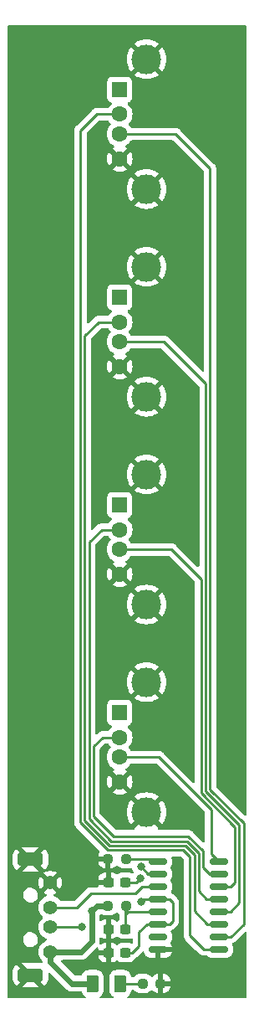
<source format=gbr>
%TF.GenerationSoftware,KiCad,Pcbnew,7.0.7*%
%TF.CreationDate,2024-02-11T16:58:00-05:00*%
%TF.ProjectId,HS8836A_USB_hub,48533838-3336-4415-9f55-53425f687562,rev?*%
%TF.SameCoordinates,Original*%
%TF.FileFunction,Copper,L1,Top*%
%TF.FilePolarity,Positive*%
%FSLAX46Y46*%
G04 Gerber Fmt 4.6, Leading zero omitted, Abs format (unit mm)*
G04 Created by KiCad (PCBNEW 7.0.7) date 2024-02-11 16:58:00*
%MOMM*%
%LPD*%
G01*
G04 APERTURE LIST*
G04 Aperture macros list*
%AMRoundRect*
0 Rectangle with rounded corners*
0 $1 Rounding radius*
0 $2 $3 $4 $5 $6 $7 $8 $9 X,Y pos of 4 corners*
0 Add a 4 corners polygon primitive as box body*
4,1,4,$2,$3,$4,$5,$6,$7,$8,$9,$2,$3,0*
0 Add four circle primitives for the rounded corners*
1,1,$1+$1,$2,$3*
1,1,$1+$1,$4,$5*
1,1,$1+$1,$6,$7*
1,1,$1+$1,$8,$9*
0 Add four rect primitives between the rounded corners*
20,1,$1+$1,$2,$3,$4,$5,0*
20,1,$1+$1,$4,$5,$6,$7,0*
20,1,$1+$1,$6,$7,$8,$9,0*
20,1,$1+$1,$8,$9,$2,$3,0*%
G04 Aperture macros list end*
%TA.AperFunction,ComponentPad*%
%ADD10R,1.500000X1.600000*%
%TD*%
%TA.AperFunction,ComponentPad*%
%ADD11C,1.600000*%
%TD*%
%TA.AperFunction,ComponentPad*%
%ADD12C,3.000000*%
%TD*%
%TA.AperFunction,ComponentPad*%
%ADD13RoundRect,0.350000X-0.950000X0.350000X-0.950000X-0.350000X0.950000X-0.350000X0.950000X0.350000X0*%
%TD*%
%TA.AperFunction,ComponentPad*%
%ADD14C,1.400000*%
%TD*%
%TA.AperFunction,SMDPad,CuDef*%
%ADD15RoundRect,0.162500X0.750000X0.162500X-0.750000X0.162500X-0.750000X-0.162500X0.750000X-0.162500X0*%
%TD*%
%TA.AperFunction,SMDPad,CuDef*%
%ADD16RoundRect,0.237500X0.250000X0.237500X-0.250000X0.237500X-0.250000X-0.237500X0.250000X-0.237500X0*%
%TD*%
%TA.AperFunction,SMDPad,CuDef*%
%ADD17RoundRect,0.237500X-0.250000X-0.237500X0.250000X-0.237500X0.250000X0.237500X-0.250000X0.237500X0*%
%TD*%
%TA.AperFunction,SMDPad,CuDef*%
%ADD18RoundRect,0.250000X0.375000X0.625000X-0.375000X0.625000X-0.375000X-0.625000X0.375000X-0.625000X0*%
%TD*%
%TA.AperFunction,SMDPad,CuDef*%
%ADD19RoundRect,0.237500X0.300000X0.237500X-0.300000X0.237500X-0.300000X-0.237500X0.300000X-0.237500X0*%
%TD*%
%TA.AperFunction,ViaPad*%
%ADD20C,0.800000*%
%TD*%
%TA.AperFunction,Conductor*%
%ADD21C,0.600000*%
%TD*%
%TA.AperFunction,Conductor*%
%ADD22C,0.250000*%
%TD*%
G04 APERTURE END LIST*
D10*
%TO.P,J4,1,VBUS*%
%TO.N,VCC*%
X145840000Y-76300000D03*
D11*
%TO.P,J4,2,D-*%
%TO.N,Net-(J4-D-)*%
X145840000Y-78800000D03*
%TO.P,J4,3,D+*%
%TO.N,Net-(J4-D+)*%
X145840000Y-80800000D03*
%TO.P,J4,4,GND*%
%TO.N,GND*%
X145840000Y-83300000D03*
D12*
%TO.P,J4,5,Shield*%
X148550000Y-86370000D03*
X148550000Y-73230000D03*
%TD*%
D13*
%TO.P,Jr1,5,Shield*%
%TO.N,GND*%
X136800000Y-144850000D03*
X136800000Y-133150000D03*
D14*
%TO.P,Jr1,4,GND*%
X138800000Y-135500000D03*
%TO.P,Jr1,3,D+*%
%TO.N,Net-(Jr1-D+)*%
X138800000Y-138000000D03*
%TO.P,Jr1,2,D-*%
%TO.N,Net-(Jr1-D-)*%
X138800000Y-140000000D03*
%TO.P,Jr1,1,VBUS*%
%TO.N,VCC*%
X138800000Y-142500000D03*
%TD*%
D15*
%TO.P,U1,1,DM1*%
%TO.N,Net-(J5-D-)*%
X155887500Y-142245000D03*
%TO.P,U1,2,DP1*%
%TO.N,Net-(J5-D+)*%
X155887500Y-140975000D03*
%TO.P,U1,3,DM2*%
%TO.N,Net-(J4-D-)*%
X155887500Y-139705000D03*
%TO.P,U1,4,DP2*%
%TO.N,Net-(J4-D+)*%
X155887500Y-138435000D03*
%TO.P,U1,5,DM3*%
%TO.N,Net-(J3-D-)*%
X155887500Y-137165000D03*
%TO.P,U1,6,DP3*%
%TO.N,Net-(J3-D+)*%
X155887500Y-135895000D03*
%TO.P,U1,7,DM4*%
%TO.N,Net-(J2-D-)*%
X155887500Y-134625000D03*
%TO.P,U1,8,DP4*%
%TO.N,Net-(J2-D+)*%
X155887500Y-133355000D03*
%TO.P,U1,9,REF*%
%TO.N,Net-(U1-REF)*%
X149712500Y-133355000D03*
%TO.P,U1,10,UM*%
%TO.N,Net-(Jr1-D-)*%
X149712500Y-134625000D03*
%TO.P,U1,11,UP*%
%TO.N,Net-(Jr1-D+)*%
X149712500Y-135895000D03*
%TO.P,U1,12,DCP*%
%TO.N,Net-(U1-DCP)*%
X149712500Y-137165000D03*
%TO.P,U1,13,VCC*%
%TO.N,Net-(U1-VCC)*%
X149712500Y-138435000D03*
%TO.P,U1,14,V33*%
%TO.N,Net-(U1-DCP)*%
X149712500Y-139705000D03*
%TO.P,U1,15,NC*%
%TO.N,unconnected-(U1-NC-Pad15)*%
X149712500Y-140975000D03*
%TO.P,U1,16,GND*%
%TO.N,GND*%
X149712500Y-142245000D03*
%TD*%
D16*
%TO.P,R3,1*%
%TO.N,GND*%
X150000000Y-145700000D03*
%TO.P,R3,2*%
%TO.N,Net-(D1-K)*%
X148175000Y-145700000D03*
%TD*%
D17*
%TO.P,R2,1*%
%TO.N,GND*%
X144650000Y-133075000D03*
%TO.P,R2,2*%
%TO.N,Net-(U1-REF)*%
X146475000Y-133075000D03*
%TD*%
%TO.P,R1,1*%
%TO.N,VCC*%
X144650000Y-137825000D03*
%TO.P,R1,2*%
%TO.N,Net-(U1-VCC)*%
X146475000Y-137825000D03*
%TD*%
D12*
%TO.P,J5,5,Shield*%
%TO.N,GND*%
X148550000Y-52230000D03*
X148550000Y-65370000D03*
D11*
%TO.P,J5,4,GND*%
X145840000Y-62300000D03*
%TO.P,J5,3,D+*%
%TO.N,Net-(J5-D+)*%
X145840000Y-59800000D03*
%TO.P,J5,2,D-*%
%TO.N,Net-(J5-D-)*%
X145840000Y-57800000D03*
D10*
%TO.P,J5,1,VBUS*%
%TO.N,VCC*%
X145840000Y-55300000D03*
%TD*%
%TO.P,J3,1,VBUS*%
%TO.N,VCC*%
X145840000Y-97300000D03*
D11*
%TO.P,J3,2,D-*%
%TO.N,Net-(J3-D-)*%
X145840000Y-99800000D03*
%TO.P,J3,3,D+*%
%TO.N,Net-(J3-D+)*%
X145840000Y-101800000D03*
%TO.P,J3,4,GND*%
%TO.N,GND*%
X145840000Y-104300000D03*
D12*
%TO.P,J3,5,Shield*%
X148550000Y-107370000D03*
X148550000Y-94230000D03*
%TD*%
%TO.P,J2,5,Shield*%
%TO.N,GND*%
X148550000Y-115230000D03*
X148550000Y-128370000D03*
D11*
%TO.P,J2,4,GND*%
X145840000Y-125300000D03*
%TO.P,J2,3,D+*%
%TO.N,Net-(J2-D+)*%
X145840000Y-122800000D03*
%TO.P,J2,2,D-*%
%TO.N,Net-(J2-D-)*%
X145840000Y-120800000D03*
D10*
%TO.P,J2,1,VBUS*%
%TO.N,VCC*%
X145840000Y-118300000D03*
%TD*%
D18*
%TO.P,D1,1,K*%
%TO.N,Net-(D1-K)*%
X145900000Y-145700000D03*
%TO.P,D1,2,A*%
%TO.N,VCC*%
X143100000Y-145700000D03*
%TD*%
D19*
%TO.P,C3,1*%
%TO.N,Net-(U1-DCP)*%
X146425000Y-135450000D03*
%TO.P,C3,2*%
%TO.N,GND*%
X144700000Y-135450000D03*
%TD*%
%TO.P,C2,1*%
%TO.N,Net-(U1-VCC)*%
X146425000Y-140200000D03*
%TO.P,C2,2*%
%TO.N,GND*%
X144700000Y-140200000D03*
%TD*%
%TO.P,C1,1*%
%TO.N,Net-(U1-DCP)*%
X146425000Y-142575000D03*
%TO.P,C1,2*%
%TO.N,GND*%
X144700000Y-142575000D03*
%TD*%
D20*
%TO.N,GND*%
X156100000Y-145700000D03*
X152600000Y-145700000D03*
%TO.N,VCC*%
X143000000Y-138400000D03*
%TO.N,Net-(Jr1-D-)*%
X142000000Y-140000000D03*
X148000000Y-133900000D03*
%TO.N,Net-(U1-DCP)*%
X147900000Y-135100000D03*
X148000000Y-137400000D03*
%TD*%
D21*
%TO.N,VCC*%
X141900000Y-142500000D02*
X138800000Y-142500000D01*
X141000000Y-145700000D02*
X143100000Y-145700000D01*
X138800000Y-143500000D02*
X141000000Y-145700000D01*
X138800000Y-142500000D02*
X138800000Y-143500000D01*
D22*
%TO.N,Net-(Jr1-D-)*%
X138800000Y-140000000D02*
X142000000Y-140000000D01*
%TO.N,Net-(Jr1-D+)*%
X141500000Y-138000000D02*
X138800000Y-138000000D01*
X147400000Y-136600000D02*
X142900000Y-136600000D01*
X148105000Y-135895000D02*
X147400000Y-136600000D01*
X142900000Y-136600000D02*
X141500000Y-138000000D01*
X149712500Y-135895000D02*
X148105000Y-135895000D01*
%TO.N,Net-(J5-D+)*%
X155000000Y-63300000D02*
X151500000Y-59800000D01*
X158400000Y-129490812D02*
X155000000Y-126090812D01*
X158400000Y-139700000D02*
X158400000Y-129490812D01*
X151500000Y-59800000D02*
X145840000Y-59800000D01*
X157100000Y-141000000D02*
X158400000Y-139700000D01*
X155000000Y-126090812D02*
X155000000Y-63300000D01*
X157075000Y-140975000D02*
X157100000Y-141000000D01*
X155887500Y-140975000D02*
X157075000Y-140975000D01*
%TO.N,Net-(J4-D+)*%
X150300000Y-80800000D02*
X145840000Y-80800000D01*
X154550000Y-126277208D02*
X154550000Y-85050000D01*
X157950000Y-129677208D02*
X154550000Y-126277208D01*
X157065000Y-138435000D02*
X157950000Y-137550000D01*
X155887500Y-138435000D02*
X157065000Y-138435000D01*
X157950000Y-137550000D02*
X157950000Y-129677208D01*
X154550000Y-85050000D02*
X150300000Y-80800000D01*
%TO.N,Net-(J3-D+)*%
X157500000Y-129863604D02*
X157500000Y-130100000D01*
X154100000Y-104800000D02*
X154100000Y-126463604D01*
X145840000Y-101800000D02*
X151100000Y-101800000D01*
X157500000Y-130100000D02*
X157500000Y-135500000D01*
X154100000Y-126463604D02*
X157500000Y-129863604D01*
X151100000Y-101800000D02*
X154100000Y-104800000D01*
%TO.N,Net-(J2-D+)*%
X149800000Y-122800000D02*
X155100000Y-128100000D01*
X145840000Y-122800000D02*
X149800000Y-122800000D01*
X155100000Y-132567500D02*
X155100000Y-128100000D01*
%TO.N,Net-(J5-D-)*%
X143500000Y-57800000D02*
X145840000Y-57800000D01*
X141850000Y-59450000D02*
X143500000Y-57800000D01*
X141850000Y-129422792D02*
X141850000Y-59450000D01*
X144627208Y-132200000D02*
X141850000Y-129422792D01*
X152290812Y-132200000D02*
X144627208Y-132200000D01*
X152950000Y-132859188D02*
X152290812Y-132200000D01*
X152950000Y-140840000D02*
X152950000Y-132859188D01*
X154355000Y-142245000D02*
X152950000Y-140840000D01*
X155887500Y-142245000D02*
X154355000Y-142245000D01*
%TO.N,Net-(J4-D-)*%
X143700000Y-78800000D02*
X145840000Y-78800000D01*
X142300000Y-129236396D02*
X142300000Y-80200000D01*
X144813604Y-131750000D02*
X142300000Y-129236396D01*
X142300000Y-80200000D02*
X143700000Y-78800000D01*
X153400000Y-132672792D02*
X152477208Y-131750000D01*
X153400000Y-138400000D02*
X153400000Y-132672792D01*
X154705000Y-139705000D02*
X153400000Y-138400000D01*
X152477208Y-131750000D02*
X144813604Y-131750000D01*
X155887500Y-139705000D02*
X154705000Y-139705000D01*
%TO.N,Net-(J3-D-)*%
X144000000Y-99800000D02*
X145840000Y-99800000D01*
X142750000Y-101050000D02*
X144000000Y-99800000D01*
X142750000Y-129050000D02*
X142750000Y-101050000D01*
X153850000Y-132486396D02*
X152663604Y-131300000D01*
X153850000Y-136350000D02*
X153850000Y-132486396D01*
X145000000Y-131300000D02*
X142750000Y-129050000D01*
X152663604Y-131300000D02*
X145000000Y-131300000D01*
X154665000Y-137165000D02*
X153850000Y-136350000D01*
X155887500Y-137165000D02*
X154665000Y-137165000D01*
%TO.N,Net-(J2-D-)*%
X144100000Y-120800000D02*
X145840000Y-120800000D01*
X154300000Y-132300000D02*
X152800000Y-130800000D01*
X154300000Y-134000000D02*
X154300000Y-132300000D01*
X145200000Y-130800000D02*
X143200000Y-128800000D01*
X143200000Y-128800000D02*
X143200000Y-121700000D01*
X154925000Y-134625000D02*
X154300000Y-134000000D01*
X152800000Y-130800000D02*
X145200000Y-130800000D01*
X155887500Y-134625000D02*
X154925000Y-134625000D01*
X143200000Y-121700000D02*
X144100000Y-120800000D01*
%TO.N,Net-(J3-D+)*%
X157500000Y-135500000D02*
X157105000Y-135895000D01*
X157105000Y-135895000D02*
X155887500Y-135895000D01*
%TO.N,Net-(U1-DCP)*%
X148595000Y-139705000D02*
X149712500Y-139705000D01*
X147800000Y-140500000D02*
X148595000Y-139705000D01*
X147800000Y-141900000D02*
X147800000Y-140500000D01*
X147125000Y-142575000D02*
X147800000Y-141900000D01*
X146425000Y-142575000D02*
X147125000Y-142575000D01*
%TO.N,Net-(D1-K)*%
X145900000Y-145700000D02*
X148175000Y-145700000D01*
%TO.N,Net-(J2-D+)*%
X155887500Y-133355000D02*
X155100000Y-132567500D01*
D21*
%TO.N,VCC*%
X143000000Y-141400000D02*
X141900000Y-142500000D01*
X143000000Y-138400000D02*
X143000000Y-141400000D01*
X143575000Y-137825000D02*
X143000000Y-138400000D01*
X144650000Y-137825000D02*
X143575000Y-137825000D01*
D22*
%TO.N,Net-(Jr1-D-)*%
X149100000Y-134600000D02*
X148700000Y-134600000D01*
X148700000Y-134600000D02*
X148000000Y-133900000D01*
X149687500Y-134600000D02*
X149100000Y-134600000D01*
%TO.N,Net-(U1-DCP)*%
X147550000Y-135450000D02*
X147900000Y-135100000D01*
X146425000Y-135450000D02*
X147550000Y-135450000D01*
X148235000Y-137165000D02*
X148000000Y-137400000D01*
X149712500Y-137165000D02*
X148235000Y-137165000D01*
%TO.N,Net-(Jr1-D-)*%
X149687500Y-134600000D02*
X149712500Y-134625000D01*
%TO.N,Net-(U1-REF)*%
X149432500Y-133075000D02*
X149712500Y-133355000D01*
X146475000Y-133075000D02*
X149432500Y-133075000D01*
%TO.N,Net-(U1-DCP)*%
X151200000Y-139400000D02*
X150895000Y-139705000D01*
X150895000Y-139705000D02*
X149712500Y-139705000D01*
X150865000Y-137165000D02*
X151200000Y-137500000D01*
X149712500Y-137165000D02*
X150865000Y-137165000D01*
X151200000Y-137500000D02*
X151200000Y-139400000D01*
%TO.N,Net-(U1-VCC)*%
X149712500Y-138435000D02*
X146690000Y-138435000D01*
X146425000Y-138700000D02*
X146425000Y-137875000D01*
X146690000Y-138435000D02*
X146425000Y-138700000D01*
X146425000Y-140200000D02*
X146425000Y-138700000D01*
X146425000Y-137875000D02*
X146475000Y-137825000D01*
%TD*%
%TA.AperFunction,Conductor*%
%TO.N,GND*%
G36*
X158642539Y-48820185D02*
G01*
X158688294Y-48872989D01*
X158699500Y-48924500D01*
X158699499Y-128606358D01*
X158679814Y-128673397D01*
X158627010Y-128719152D01*
X158557852Y-128729096D01*
X158494296Y-128700071D01*
X158487818Y-128694039D01*
X155661819Y-125868040D01*
X155628334Y-125806717D01*
X155625500Y-125780359D01*
X155625500Y-63382737D01*
X155627224Y-63367123D01*
X155626938Y-63367096D01*
X155627672Y-63359333D01*
X155625500Y-63290202D01*
X155625500Y-63260651D01*
X155625500Y-63260650D01*
X155624629Y-63253759D01*
X155624172Y-63247945D01*
X155622709Y-63201374D01*
X155622709Y-63201372D01*
X155617120Y-63182137D01*
X155613174Y-63163084D01*
X155610664Y-63143208D01*
X155593501Y-63099859D01*
X155591614Y-63094346D01*
X155578617Y-63049610D01*
X155578616Y-63049608D01*
X155568421Y-63032369D01*
X155559860Y-63014893D01*
X155552486Y-62996269D01*
X155552486Y-62996267D01*
X155542474Y-62982488D01*
X155525083Y-62958550D01*
X155521900Y-62953705D01*
X155498170Y-62913579D01*
X155498165Y-62913573D01*
X155484005Y-62899413D01*
X155471370Y-62884620D01*
X155459593Y-62868412D01*
X155423693Y-62838713D01*
X155419381Y-62834790D01*
X152000803Y-59416211D01*
X151990980Y-59403950D01*
X151990759Y-59404134D01*
X151985786Y-59398123D01*
X151956884Y-59370982D01*
X151935364Y-59350773D01*
X151924919Y-59340328D01*
X151914475Y-59329883D01*
X151908986Y-59325625D01*
X151904561Y-59321847D01*
X151870582Y-59289938D01*
X151870580Y-59289936D01*
X151870577Y-59289935D01*
X151853029Y-59280288D01*
X151836763Y-59269604D01*
X151820933Y-59257325D01*
X151778168Y-59238818D01*
X151772922Y-59236248D01*
X151732093Y-59213803D01*
X151732092Y-59213802D01*
X151712693Y-59208822D01*
X151694281Y-59202518D01*
X151675898Y-59194562D01*
X151675892Y-59194560D01*
X151629874Y-59187272D01*
X151624152Y-59186087D01*
X151579021Y-59174500D01*
X151579019Y-59174500D01*
X151558984Y-59174500D01*
X151539586Y-59172973D01*
X151532162Y-59171797D01*
X151519805Y-59169840D01*
X151519804Y-59169840D01*
X151473416Y-59174225D01*
X151467578Y-59174500D01*
X147054188Y-59174500D01*
X146987149Y-59154815D01*
X146952613Y-59121623D01*
X146840048Y-58960862D01*
X146828385Y-58949199D01*
X146766865Y-58887679D01*
X146733382Y-58826359D01*
X146738366Y-58756667D01*
X146766865Y-58712320D01*
X146840047Y-58639139D01*
X146970568Y-58452734D01*
X147066739Y-58246496D01*
X147125635Y-58026692D01*
X147145468Y-57800000D01*
X147125635Y-57573308D01*
X147066739Y-57353504D01*
X146970568Y-57147266D01*
X146840047Y-56960861D01*
X146840045Y-56960858D01*
X146679147Y-56799960D01*
X146677980Y-56798981D01*
X146677606Y-56798419D01*
X146675311Y-56796124D01*
X146675772Y-56795662D01*
X146639272Y-56740813D01*
X146638158Y-56670952D01*
X146674989Y-56611579D01*
X146714345Y-56587802D01*
X146832326Y-56543798D01*
X146832326Y-56543797D01*
X146832331Y-56543796D01*
X146947546Y-56457546D01*
X147033796Y-56342331D01*
X147084091Y-56207483D01*
X147090500Y-56147873D01*
X147090499Y-54452128D01*
X147084091Y-54392517D01*
X147033796Y-54257669D01*
X147033795Y-54257668D01*
X147033793Y-54257664D01*
X146947547Y-54142455D01*
X146947544Y-54142452D01*
X146832335Y-54056206D01*
X146832328Y-54056202D01*
X146697482Y-54005908D01*
X146697483Y-54005908D01*
X146637883Y-53999501D01*
X146637881Y-53999500D01*
X146637873Y-53999500D01*
X146637864Y-53999500D01*
X145042129Y-53999500D01*
X145042123Y-53999501D01*
X144982516Y-54005908D01*
X144847671Y-54056202D01*
X144847664Y-54056206D01*
X144732455Y-54142452D01*
X144732452Y-54142455D01*
X144646206Y-54257664D01*
X144646202Y-54257671D01*
X144595908Y-54392517D01*
X144589501Y-54452116D01*
X144589501Y-54452123D01*
X144589500Y-54452135D01*
X144589500Y-56147870D01*
X144589501Y-56147876D01*
X144595908Y-56207483D01*
X144646202Y-56342328D01*
X144646206Y-56342335D01*
X144732452Y-56457544D01*
X144732455Y-56457547D01*
X144847664Y-56543793D01*
X144847671Y-56543797D01*
X144965655Y-56587802D01*
X145021589Y-56629673D01*
X145046006Y-56695137D01*
X145031155Y-56763410D01*
X145004508Y-56795943D01*
X145004689Y-56796124D01*
X145002878Y-56797934D01*
X145002028Y-56798973D01*
X145000859Y-56799953D01*
X144839954Y-56960858D01*
X144727387Y-57121623D01*
X144672811Y-57165248D01*
X144625812Y-57174500D01*
X143582737Y-57174500D01*
X143567120Y-57172776D01*
X143567093Y-57173062D01*
X143559331Y-57172327D01*
X143490203Y-57174500D01*
X143460650Y-57174500D01*
X143459929Y-57174590D01*
X143453757Y-57175369D01*
X143447945Y-57175826D01*
X143401372Y-57177290D01*
X143401369Y-57177291D01*
X143382126Y-57182881D01*
X143363083Y-57186825D01*
X143343204Y-57189336D01*
X143343203Y-57189337D01*
X143299878Y-57206490D01*
X143294352Y-57208382D01*
X143249608Y-57221383D01*
X143249604Y-57221385D01*
X143232365Y-57231580D01*
X143214898Y-57240137D01*
X143196269Y-57247512D01*
X143196267Y-57247513D01*
X143158564Y-57274906D01*
X143153682Y-57278112D01*
X143113580Y-57301828D01*
X143099408Y-57316000D01*
X143084623Y-57328628D01*
X143068412Y-57340407D01*
X143038709Y-57376310D01*
X143034777Y-57380631D01*
X141466208Y-58949199D01*
X141453951Y-58959020D01*
X141454134Y-58959241D01*
X141448123Y-58964213D01*
X141400772Y-59014636D01*
X141379889Y-59035519D01*
X141379877Y-59035532D01*
X141375621Y-59041017D01*
X141371837Y-59045447D01*
X141339937Y-59079418D01*
X141339936Y-59079420D01*
X141330284Y-59096976D01*
X141319610Y-59113226D01*
X141307329Y-59129061D01*
X141307324Y-59129068D01*
X141288815Y-59171838D01*
X141286245Y-59177084D01*
X141263803Y-59217906D01*
X141258822Y-59237307D01*
X141252521Y-59255710D01*
X141244562Y-59274102D01*
X141244561Y-59274105D01*
X141237271Y-59320127D01*
X141236087Y-59325846D01*
X141224501Y-59370972D01*
X141224500Y-59370982D01*
X141224500Y-59391016D01*
X141222973Y-59410415D01*
X141219840Y-59430194D01*
X141219840Y-59430195D01*
X141224225Y-59476583D01*
X141224500Y-59482421D01*
X141224500Y-129340047D01*
X141222775Y-129355664D01*
X141223061Y-129355691D01*
X141222326Y-129363457D01*
X141224500Y-129432606D01*
X141224500Y-129462135D01*
X141224501Y-129462152D01*
X141225368Y-129469023D01*
X141225826Y-129474842D01*
X141227290Y-129521416D01*
X141227291Y-129521419D01*
X141232880Y-129540659D01*
X141236824Y-129559703D01*
X141239336Y-129579584D01*
X141246058Y-129596562D01*
X141256490Y-129622911D01*
X141258382Y-129628439D01*
X141271381Y-129673180D01*
X141281580Y-129690426D01*
X141290138Y-129707895D01*
X141297514Y-129726524D01*
X141324898Y-129764215D01*
X141328106Y-129769099D01*
X141351827Y-129809208D01*
X141351833Y-129809216D01*
X141365990Y-129823372D01*
X141378628Y-129838168D01*
X141390405Y-129854378D01*
X141390406Y-129854379D01*
X141426309Y-129884080D01*
X141430620Y-129888002D01*
X143787148Y-132244530D01*
X143820632Y-132305852D01*
X143815648Y-132375544D01*
X143805005Y-132397306D01*
X143727050Y-132523690D01*
X143727046Y-132523699D01*
X143672819Y-132687347D01*
X143662500Y-132788345D01*
X143662500Y-132825000D01*
X144540325Y-132825000D01*
X144548103Y-132825489D01*
X144548188Y-132825499D01*
X144548189Y-132825500D01*
X144568224Y-132825500D01*
X144587622Y-132827026D01*
X144607402Y-132830159D01*
X144607403Y-132830160D01*
X144607403Y-132830159D01*
X144607404Y-132830160D01*
X144653791Y-132825775D01*
X144659630Y-132825500D01*
X144776000Y-132825500D01*
X144843039Y-132845185D01*
X144888794Y-132897989D01*
X144900000Y-132949500D01*
X144900000Y-134049999D01*
X144949140Y-134049999D01*
X144949154Y-134049998D01*
X145050152Y-134039680D01*
X145213800Y-133985453D01*
X145213811Y-133985448D01*
X145360533Y-133894948D01*
X145474464Y-133781017D01*
X145535787Y-133747532D01*
X145605479Y-133752516D01*
X145649827Y-133781016D01*
X145764150Y-133895340D01*
X145910984Y-133985908D01*
X146074747Y-134040174D01*
X146175823Y-134050500D01*
X146774176Y-134050499D01*
X146774184Y-134050498D01*
X146774187Y-134050498D01*
X146829530Y-134044844D01*
X146875253Y-134040174D01*
X146958592Y-134012557D01*
X147028417Y-134010156D01*
X147088459Y-134045887D01*
X147115525Y-134091946D01*
X147172818Y-134268277D01*
X147172821Y-134268284D01*
X147231042Y-134369126D01*
X147247515Y-134437027D01*
X147224662Y-134503053D01*
X147215804Y-134514099D01*
X147207421Y-134523409D01*
X147147934Y-134560057D01*
X147078077Y-134558726D01*
X147050177Y-134545976D01*
X147047648Y-134544416D01*
X147039016Y-134539092D01*
X146875253Y-134484826D01*
X146875251Y-134484825D01*
X146774178Y-134474500D01*
X146075830Y-134474500D01*
X146075812Y-134474501D01*
X145974747Y-134484825D01*
X145810984Y-134539092D01*
X145810981Y-134539093D01*
X145664148Y-134629661D01*
X145649825Y-134643984D01*
X145588501Y-134677468D01*
X145518809Y-134672482D01*
X145474465Y-134643982D01*
X145460538Y-134630055D01*
X145460534Y-134630052D01*
X145313811Y-134539551D01*
X145313800Y-134539546D01*
X145150152Y-134485319D01*
X145049154Y-134475000D01*
X144950000Y-134475000D01*
X144950000Y-135576000D01*
X144930315Y-135643039D01*
X144877511Y-135688794D01*
X144826000Y-135700000D01*
X143662501Y-135700000D01*
X143662501Y-135736656D01*
X143672844Y-135837899D01*
X143660074Y-135906591D01*
X143612193Y-135957476D01*
X143549486Y-135974500D01*
X142982743Y-135974500D01*
X142967122Y-135972775D01*
X142967096Y-135973061D01*
X142959334Y-135972327D01*
X142959333Y-135972327D01*
X142890186Y-135974500D01*
X142860649Y-135974500D01*
X142853766Y-135975369D01*
X142847949Y-135975826D01*
X142801373Y-135977290D01*
X142782129Y-135982881D01*
X142763079Y-135986825D01*
X142743211Y-135989334D01*
X142699884Y-136006488D01*
X142694358Y-136008379D01*
X142649614Y-136021379D01*
X142649610Y-136021381D01*
X142632366Y-136031579D01*
X142614905Y-136040133D01*
X142596274Y-136047510D01*
X142596262Y-136047517D01*
X142558570Y-136074902D01*
X142553687Y-136078109D01*
X142513580Y-136101829D01*
X142499414Y-136115995D01*
X142484624Y-136128627D01*
X142468414Y-136140404D01*
X142468411Y-136140407D01*
X142438710Y-136176309D01*
X142434777Y-136180631D01*
X141277228Y-137338181D01*
X141215905Y-137371666D01*
X141189547Y-137374500D01*
X139893742Y-137374500D01*
X139826703Y-137354815D01*
X139794788Y-137325227D01*
X139690979Y-137187761D01*
X139526562Y-137037876D01*
X139526560Y-137037874D01*
X139337404Y-136920754D01*
X139337398Y-136920751D01*
X139235316Y-136881205D01*
X139194411Y-136865358D01*
X139139011Y-136822786D01*
X139115420Y-136757019D01*
X139131131Y-136688939D01*
X139181155Y-136640160D01*
X139194412Y-136634105D01*
X139337177Y-136578797D01*
X139337181Y-136578795D01*
X139453326Y-136506879D01*
X139022057Y-136075610D01*
X138988572Y-136014287D01*
X138993556Y-135944595D01*
X139035428Y-135888662D01*
X139055930Y-135876212D01*
X139056357Y-135876007D01*
X139155798Y-135783740D01*
X139178033Y-135745226D01*
X139228596Y-135697014D01*
X139297203Y-135683789D01*
X139362068Y-135709756D01*
X139373100Y-135719547D01*
X139808861Y-136155308D01*
X139824631Y-136134425D01*
X139824633Y-136134422D01*
X139923759Y-135935350D01*
X139984621Y-135721439D01*
X140005141Y-135500000D01*
X140005141Y-135499999D01*
X139984621Y-135278560D01*
X139962269Y-135200000D01*
X143662500Y-135200000D01*
X144450000Y-135200000D01*
X144450000Y-134474999D01*
X144350860Y-134475000D01*
X144350844Y-134475001D01*
X144249847Y-134485319D01*
X144086199Y-134539546D01*
X144086188Y-134539551D01*
X143939465Y-134630052D01*
X143939461Y-134630055D01*
X143817555Y-134751961D01*
X143817552Y-134751965D01*
X143727051Y-134898688D01*
X143727046Y-134898699D01*
X143672819Y-135062347D01*
X143662500Y-135163345D01*
X143662500Y-135200000D01*
X139962269Y-135200000D01*
X139923759Y-135064649D01*
X139824635Y-134865580D01*
X139824630Y-134865572D01*
X139808860Y-134844690D01*
X139375184Y-135278367D01*
X139313861Y-135311852D01*
X139244169Y-135306868D01*
X139190555Y-135267998D01*
X139109535Y-135166400D01*
X139109533Y-135166399D01*
X139037275Y-135117134D01*
X138992973Y-135063106D01*
X138984915Y-134993702D01*
X139015657Y-134930959D01*
X139019446Y-134927000D01*
X139453327Y-134493119D01*
X139337178Y-134421202D01*
X139337177Y-134421201D01*
X139129804Y-134340865D01*
X138911193Y-134300000D01*
X138688807Y-134300000D01*
X138470196Y-134340864D01*
X138470188Y-134340867D01*
X138425807Y-134358060D01*
X138356184Y-134363921D01*
X138294444Y-134331211D01*
X138282455Y-134309898D01*
X138286917Y-134359973D01*
X138254507Y-134421872D01*
X138230587Y-134441161D01*
X138146671Y-134493119D01*
X138577942Y-134924389D01*
X138611427Y-134985712D01*
X138606443Y-135055403D01*
X138564572Y-135111337D01*
X138544073Y-135123785D01*
X138543646Y-135123990D01*
X138543645Y-135123990D01*
X138444202Y-135216260D01*
X138444199Y-135216264D01*
X138421967Y-135254771D01*
X138371400Y-135302987D01*
X138302793Y-135316209D01*
X138237928Y-135290241D01*
X138226899Y-135280452D01*
X137791138Y-134844691D01*
X137791137Y-134844691D01*
X137775368Y-134865574D01*
X137676240Y-135064649D01*
X137615378Y-135278560D01*
X137594859Y-135499999D01*
X137594859Y-135500000D01*
X137615378Y-135721439D01*
X137676240Y-135935350D01*
X137775369Y-136134428D01*
X137791137Y-136155308D01*
X137791138Y-136155308D01*
X138224814Y-135721631D01*
X138286137Y-135688146D01*
X138355828Y-135693130D01*
X138409443Y-135732000D01*
X138490464Y-135833599D01*
X138490466Y-135833600D01*
X138562723Y-135882865D01*
X138607025Y-135936894D01*
X138615083Y-136006297D01*
X138584340Y-136069040D01*
X138580552Y-136072999D01*
X138146671Y-136506879D01*
X138146672Y-136506880D01*
X138262821Y-136578797D01*
X138262822Y-136578798D01*
X138405587Y-136634105D01*
X138460988Y-136676678D01*
X138484579Y-136742445D01*
X138468868Y-136810525D01*
X138418844Y-136859304D01*
X138405587Y-136865359D01*
X138262601Y-136920751D01*
X138262595Y-136920754D01*
X138073439Y-137037874D01*
X138073437Y-137037876D01*
X137909020Y-137187761D01*
X137774943Y-137365308D01*
X137774938Y-137365316D01*
X137675775Y-137564461D01*
X137675769Y-137564476D01*
X137614885Y-137778462D01*
X137614884Y-137778464D01*
X137594357Y-137999999D01*
X137594357Y-138000000D01*
X137614884Y-138221535D01*
X137614885Y-138221537D01*
X137675769Y-138435523D01*
X137675775Y-138435538D01*
X137774938Y-138634683D01*
X137774943Y-138634691D01*
X137909018Y-138812235D01*
X138014465Y-138908363D01*
X138050746Y-138968075D01*
X138048985Y-139037922D01*
X138014465Y-139091637D01*
X137909018Y-139187764D01*
X137774943Y-139365308D01*
X137774938Y-139365316D01*
X137675775Y-139564461D01*
X137675769Y-139564476D01*
X137614885Y-139778462D01*
X137614884Y-139778464D01*
X137594357Y-139999999D01*
X137594357Y-140000000D01*
X137614884Y-140221535D01*
X137614885Y-140221537D01*
X137675769Y-140435523D01*
X137675775Y-140435538D01*
X137774938Y-140634683D01*
X137774943Y-140634691D01*
X137909020Y-140812238D01*
X138073437Y-140962123D01*
X138073439Y-140962125D01*
X138262595Y-141079245D01*
X138262596Y-141079245D01*
X138262599Y-141079247D01*
X138404898Y-141134374D01*
X138460298Y-141176946D01*
X138483889Y-141242713D01*
X138468178Y-141310793D01*
X138418154Y-141359572D01*
X138404906Y-141365622D01*
X138298693Y-141406769D01*
X138262601Y-141420752D01*
X138262595Y-141420754D01*
X138073439Y-141537874D01*
X138073437Y-141537876D01*
X137909020Y-141687761D01*
X137774943Y-141865308D01*
X137774938Y-141865316D01*
X137675775Y-142064461D01*
X137675769Y-142064476D01*
X137614885Y-142278462D01*
X137614884Y-142278464D01*
X137594357Y-142499999D01*
X137594357Y-142500000D01*
X137614884Y-142721535D01*
X137614885Y-142721537D01*
X137675769Y-142935523D01*
X137675775Y-142935538D01*
X137774938Y-143134683D01*
X137774943Y-143134691D01*
X137826961Y-143203574D01*
X137900156Y-143300500D01*
X137909020Y-143312237D01*
X137959037Y-143357833D01*
X137995319Y-143417544D01*
X137999500Y-143449471D01*
X137999500Y-143529213D01*
X137979815Y-143596252D01*
X137927011Y-143642007D01*
X137867112Y-143652929D01*
X137823915Y-143650000D01*
X135953554Y-143650000D01*
X136491872Y-144188319D01*
X136525357Y-144249642D01*
X136520373Y-144319334D01*
X136478501Y-144375267D01*
X136413037Y-144399684D01*
X136404191Y-144400000D01*
X136116265Y-144400000D01*
X136074039Y-144406365D01*
X136004814Y-144396891D01*
X135967878Y-144371431D01*
X135382039Y-143785592D01*
X135382038Y-143785592D01*
X135245417Y-143895412D01*
X135245412Y-143895417D01*
X135129581Y-144039518D01*
X135047435Y-144205150D01*
X135002815Y-144384568D01*
X135000000Y-144426086D01*
X135000001Y-145273911D01*
X135000001Y-145273912D01*
X135002814Y-145315423D01*
X135002814Y-145315425D01*
X135047435Y-145494849D01*
X135129581Y-145660481D01*
X135245413Y-145804582D01*
X135382039Y-145914406D01*
X135963822Y-145332623D01*
X136025145Y-145299138D01*
X136072599Y-145301162D01*
X136072983Y-145298615D01*
X136082172Y-145300000D01*
X136404191Y-145300000D01*
X136471230Y-145319685D01*
X136516985Y-145372489D01*
X136526929Y-145441647D01*
X136497904Y-145505203D01*
X136491872Y-145511681D01*
X135953553Y-146049998D01*
X135953554Y-146049999D01*
X137646445Y-146049999D01*
X137646445Y-146049998D01*
X137108128Y-145511681D01*
X137074643Y-145450358D01*
X137079627Y-145380666D01*
X137121499Y-145324733D01*
X137186963Y-145300316D01*
X137195809Y-145300000D01*
X137483723Y-145300000D01*
X137483724Y-145300000D01*
X137525958Y-145293634D01*
X137595182Y-145303106D01*
X137632121Y-145328568D01*
X138217960Y-145914407D01*
X138354584Y-145804585D01*
X138354585Y-145804584D01*
X138470418Y-145660481D01*
X138552564Y-145494849D01*
X138597184Y-145315431D01*
X138599999Y-145273914D01*
X138599999Y-144731439D01*
X138619683Y-144664400D01*
X138672487Y-144618645D01*
X138741646Y-144608701D01*
X138805202Y-144637726D01*
X138811680Y-144643758D01*
X140497739Y-146329817D01*
X140497742Y-146329819D01*
X140533089Y-146352029D01*
X140538763Y-146356055D01*
X140559018Y-146372207D01*
X140571414Y-146382092D01*
X140588435Y-146390289D01*
X140609033Y-146400209D01*
X140615122Y-146403574D01*
X140650471Y-146425785D01*
X140650474Y-146425786D01*
X140650478Y-146425789D01*
X140689899Y-146439583D01*
X140696307Y-146442238D01*
X140733939Y-146460360D01*
X140774641Y-146469650D01*
X140781328Y-146471576D01*
X140820742Y-146485367D01*
X140820745Y-146485368D01*
X140862241Y-146490043D01*
X140869093Y-146491207D01*
X140909806Y-146500500D01*
X140955046Y-146500500D01*
X141902983Y-146500500D01*
X141970022Y-146520185D01*
X142015777Y-146572989D01*
X142020686Y-146585489D01*
X142029110Y-146610908D01*
X142040186Y-146644333D01*
X142040187Y-146644336D01*
X142059100Y-146674999D01*
X142132288Y-146793656D01*
X142256344Y-146917712D01*
X142341054Y-146969961D01*
X142387778Y-147021909D01*
X142399001Y-147090872D01*
X142371157Y-147154954D01*
X142313089Y-147193810D01*
X142275957Y-147199500D01*
X134574500Y-147199500D01*
X134507461Y-147179815D01*
X134461706Y-147127011D01*
X134450500Y-147075500D01*
X134450500Y-141293933D01*
X136045668Y-141293933D01*
X136069637Y-141429862D01*
X136076135Y-141466711D01*
X136145623Y-141627804D01*
X136145624Y-141627806D01*
X136145626Y-141627809D01*
X136204533Y-141706934D01*
X136250390Y-141768530D01*
X136384786Y-141881302D01*
X136426521Y-141902262D01*
X136541562Y-141960038D01*
X136541563Y-141960038D01*
X136541567Y-141960040D01*
X136712279Y-142000500D01*
X136712282Y-142000500D01*
X136843701Y-142000500D01*
X136843709Y-142000500D01*
X136974255Y-141985241D01*
X137139117Y-141925237D01*
X137285696Y-141828830D01*
X137406092Y-141701218D01*
X137493812Y-141549281D01*
X137544130Y-141381210D01*
X137554331Y-141206065D01*
X137523865Y-141033289D01*
X137454377Y-140872196D01*
X137437714Y-140849814D01*
X137349609Y-140731469D01*
X137215214Y-140618698D01*
X137215212Y-140618697D01*
X137058437Y-140539961D01*
X137051830Y-140538395D01*
X136887721Y-140499500D01*
X136756291Y-140499500D01*
X136651854Y-140511707D01*
X136625743Y-140514759D01*
X136625740Y-140514760D01*
X136460884Y-140574762D01*
X136460880Y-140574764D01*
X136314306Y-140671167D01*
X136314305Y-140671168D01*
X136193910Y-140798778D01*
X136106188Y-140950718D01*
X136055870Y-141118789D01*
X136055869Y-141118794D01*
X136045668Y-141293933D01*
X134450500Y-141293933D01*
X134450500Y-136793933D01*
X136045668Y-136793933D01*
X136068031Y-136920751D01*
X136076135Y-136966711D01*
X136145623Y-137127804D01*
X136145624Y-137127806D01*
X136145626Y-137127809D01*
X136240912Y-137255799D01*
X136250390Y-137268530D01*
X136384786Y-137381302D01*
X136424749Y-137401372D01*
X136541562Y-137460038D01*
X136541563Y-137460038D01*
X136541567Y-137460040D01*
X136712279Y-137500500D01*
X136712282Y-137500500D01*
X136843701Y-137500500D01*
X136843709Y-137500500D01*
X136974255Y-137485241D01*
X137139117Y-137425237D01*
X137285696Y-137328830D01*
X137406092Y-137201218D01*
X137493812Y-137049281D01*
X137544130Y-136881210D01*
X137554331Y-136706065D01*
X137523865Y-136533289D01*
X137454377Y-136372196D01*
X137349610Y-136231470D01*
X137285752Y-136177887D01*
X137215214Y-136118698D01*
X137215212Y-136118697D01*
X137058437Y-136039961D01*
X137044028Y-136036546D01*
X136887721Y-135999500D01*
X136756291Y-135999500D01*
X136651854Y-136011707D01*
X136625743Y-136014759D01*
X136625740Y-136014760D01*
X136460884Y-136074762D01*
X136460880Y-136074764D01*
X136314306Y-136171167D01*
X136314305Y-136171168D01*
X136193910Y-136298778D01*
X136106188Y-136450718D01*
X136055870Y-136618789D01*
X136055869Y-136618794D01*
X136045668Y-136793933D01*
X134450500Y-136793933D01*
X134450500Y-132726086D01*
X135000000Y-132726086D01*
X135000001Y-133573911D01*
X135000001Y-133573912D01*
X135002814Y-133615423D01*
X135002814Y-133615425D01*
X135047435Y-133794849D01*
X135129581Y-133960481D01*
X135245413Y-134104582D01*
X135382039Y-134214406D01*
X135963822Y-133632623D01*
X136025145Y-133599138D01*
X136072599Y-133601162D01*
X136072983Y-133598615D01*
X136082172Y-133600000D01*
X136404191Y-133600000D01*
X136471230Y-133619685D01*
X136516985Y-133672489D01*
X136526929Y-133741647D01*
X136497904Y-133805203D01*
X136491872Y-133811681D01*
X135953553Y-134349998D01*
X135953554Y-134349999D01*
X137646445Y-134349999D01*
X137646445Y-134349998D01*
X137108128Y-133811681D01*
X137074643Y-133750358D01*
X137079627Y-133680666D01*
X137121499Y-133624733D01*
X137186963Y-133600316D01*
X137195809Y-133600000D01*
X137483723Y-133600000D01*
X137483724Y-133600000D01*
X137525958Y-133593634D01*
X137595182Y-133603106D01*
X137632121Y-133628568D01*
X138251527Y-134247974D01*
X138249430Y-134250070D01*
X138260539Y-134264383D01*
X138264297Y-134200565D01*
X138303328Y-134145785D01*
X138354587Y-134104582D01*
X138470418Y-133960481D01*
X138552564Y-133794849D01*
X138597184Y-133615431D01*
X138600000Y-133573914D01*
X138600000Y-133325000D01*
X143662501Y-133325000D01*
X143662501Y-133361654D01*
X143672819Y-133462652D01*
X143727046Y-133626300D01*
X143727051Y-133626311D01*
X143817552Y-133773034D01*
X143817555Y-133773038D01*
X143939461Y-133894944D01*
X143939465Y-133894947D01*
X144086188Y-133985448D01*
X144086199Y-133985453D01*
X144249847Y-134039680D01*
X144350851Y-134049999D01*
X144399999Y-134049998D01*
X144400000Y-134049998D01*
X144400000Y-133325000D01*
X143662501Y-133325000D01*
X138600000Y-133325000D01*
X138599999Y-132726089D01*
X138599999Y-132726088D01*
X138597185Y-132684576D01*
X138597185Y-132684574D01*
X138552564Y-132505150D01*
X138470418Y-132339518D01*
X138354587Y-132195417D01*
X138354578Y-132195408D01*
X138217960Y-132085591D01*
X137636176Y-132667375D01*
X137574853Y-132700860D01*
X137527397Y-132698847D01*
X137527015Y-132701385D01*
X137517827Y-132700000D01*
X137195808Y-132700000D01*
X137128769Y-132680315D01*
X137083014Y-132627511D01*
X137073070Y-132558353D01*
X137102095Y-132494797D01*
X137108127Y-132488319D01*
X137646445Y-131950000D01*
X135953554Y-131950000D01*
X136491872Y-132488319D01*
X136525357Y-132549642D01*
X136520373Y-132619334D01*
X136478501Y-132675267D01*
X136413037Y-132699684D01*
X136404191Y-132700000D01*
X136116265Y-132700000D01*
X136074039Y-132706365D01*
X136004814Y-132696891D01*
X135967878Y-132671431D01*
X135382039Y-132085592D01*
X135382038Y-132085592D01*
X135245417Y-132195412D01*
X135245412Y-132195417D01*
X135129581Y-132339518D01*
X135047435Y-132505150D01*
X135002815Y-132684568D01*
X135000000Y-132726086D01*
X134450500Y-132726086D01*
X134450500Y-52230001D01*
X146544891Y-52230001D01*
X146565300Y-52515362D01*
X146626109Y-52794895D01*
X146726091Y-53062958D01*
X146863191Y-53314038D01*
X146863196Y-53314046D01*
X146969882Y-53456561D01*
X146969883Y-53456562D01*
X147475525Y-52950920D01*
X147536848Y-52917435D01*
X147606539Y-52922419D01*
X147654841Y-52955061D01*
X147771930Y-53083500D01*
X147771933Y-53083503D01*
X147816673Y-53117289D01*
X147858310Y-53173397D01*
X147863002Y-53243109D01*
X147829628Y-53303924D01*
X147323436Y-53810115D01*
X147465960Y-53916807D01*
X147465961Y-53916808D01*
X147717042Y-54053908D01*
X147717041Y-54053908D01*
X147985104Y-54153890D01*
X148264637Y-54214699D01*
X148549999Y-54235109D01*
X148550001Y-54235109D01*
X148835362Y-54214699D01*
X149114895Y-54153890D01*
X149382958Y-54053908D01*
X149634047Y-53916803D01*
X149776561Y-53810116D01*
X149776562Y-53810115D01*
X149270371Y-53303924D01*
X149236886Y-53242601D01*
X149241870Y-53172909D01*
X149283325Y-53117289D01*
X149328069Y-53083501D01*
X149445157Y-52955062D01*
X149504867Y-52918781D01*
X149574715Y-52920542D01*
X149624474Y-52950920D01*
X150130115Y-53456562D01*
X150130116Y-53456561D01*
X150236803Y-53314047D01*
X150373908Y-53062958D01*
X150473890Y-52794895D01*
X150534699Y-52515362D01*
X150555109Y-52230001D01*
X150555109Y-52229998D01*
X150534699Y-51944637D01*
X150473890Y-51665104D01*
X150373908Y-51397041D01*
X150236808Y-51145961D01*
X150236807Y-51145960D01*
X150130115Y-51003436D01*
X150130114Y-51003436D01*
X149624473Y-51509078D01*
X149563150Y-51542563D01*
X149493458Y-51537579D01*
X149445155Y-51504935D01*
X149328071Y-51376500D01*
X149283324Y-51342709D01*
X149241688Y-51286600D01*
X149236997Y-51216888D01*
X149270370Y-51156074D01*
X149776562Y-50649883D01*
X149776561Y-50649882D01*
X149634046Y-50543196D01*
X149634038Y-50543191D01*
X149382957Y-50406091D01*
X149382958Y-50406091D01*
X149114895Y-50306109D01*
X148835362Y-50245300D01*
X148550001Y-50224891D01*
X148549999Y-50224891D01*
X148264637Y-50245300D01*
X147985104Y-50306109D01*
X147717041Y-50406091D01*
X147465961Y-50543191D01*
X147465953Y-50543196D01*
X147323437Y-50649882D01*
X147323436Y-50649883D01*
X147829628Y-51156074D01*
X147863113Y-51217397D01*
X147858129Y-51287088D01*
X147816676Y-51342707D01*
X147771933Y-51376496D01*
X147654843Y-51504937D01*
X147595131Y-51541218D01*
X147525284Y-51539457D01*
X147475525Y-51509079D01*
X146969883Y-51003436D01*
X146969882Y-51003437D01*
X146863196Y-51145953D01*
X146863191Y-51145961D01*
X146726091Y-51397041D01*
X146626109Y-51665104D01*
X146565300Y-51944637D01*
X146544891Y-52229998D01*
X146544891Y-52230001D01*
X134450500Y-52230001D01*
X134450500Y-48924500D01*
X134470185Y-48857461D01*
X134522989Y-48811706D01*
X134574500Y-48800500D01*
X158575500Y-48800500D01*
X158642539Y-48820185D01*
G37*
%TD.AperFunction*%
%TA.AperFunction,Conductor*%
G36*
X152047399Y-132845185D02*
G01*
X152068041Y-132861819D01*
X152288181Y-133081959D01*
X152321666Y-133143282D01*
X152324500Y-133169640D01*
X152324500Y-140757255D01*
X152322775Y-140772872D01*
X152323061Y-140772899D01*
X152322326Y-140780665D01*
X152324500Y-140849814D01*
X152324500Y-140879343D01*
X152324501Y-140879360D01*
X152325368Y-140886231D01*
X152325826Y-140892050D01*
X152327290Y-140938624D01*
X152327291Y-140938627D01*
X152332880Y-140957867D01*
X152336824Y-140976911D01*
X152339336Y-140996792D01*
X152353936Y-141033669D01*
X152356490Y-141040119D01*
X152358382Y-141045647D01*
X152371381Y-141090388D01*
X152381580Y-141107634D01*
X152390138Y-141125103D01*
X152397514Y-141143732D01*
X152424898Y-141181423D01*
X152428106Y-141186307D01*
X152451827Y-141226416D01*
X152451833Y-141226424D01*
X152465990Y-141240580D01*
X152478627Y-141255375D01*
X152490406Y-141271587D01*
X152524147Y-141299500D01*
X152526309Y-141301288D01*
X152530620Y-141305210D01*
X153532089Y-142306680D01*
X153854197Y-142628788D01*
X153864022Y-142641051D01*
X153864243Y-142640869D01*
X153869214Y-142646878D01*
X153895217Y-142671295D01*
X153919635Y-142694226D01*
X153940529Y-142715120D01*
X153946011Y-142719373D01*
X153950443Y-142723157D01*
X153984418Y-142755062D01*
X154001976Y-142764714D01*
X154018233Y-142775393D01*
X154034064Y-142787673D01*
X154053737Y-142796186D01*
X154076833Y-142806182D01*
X154082077Y-142808750D01*
X154122908Y-142831197D01*
X154135523Y-142834435D01*
X154142305Y-142836177D01*
X154160719Y-142842481D01*
X154179104Y-142850438D01*
X154225157Y-142857732D01*
X154230826Y-142858906D01*
X154275981Y-142870500D01*
X154296016Y-142870500D01*
X154315413Y-142872026D01*
X154335196Y-142875160D01*
X154381583Y-142870775D01*
X154387422Y-142870500D01*
X154611513Y-142870500D01*
X154678552Y-142890185D01*
X154699194Y-142906819D01*
X154725608Y-142933233D01*
X154725610Y-142933234D01*
X154725612Y-142933236D01*
X154863398Y-143016531D01*
X155017113Y-143064430D01*
X155083909Y-143070500D01*
X156691090Y-143070499D01*
X156691097Y-143070499D01*
X156757882Y-143064431D01*
X156757885Y-143064430D01*
X156757887Y-143064430D01*
X156911602Y-143016531D01*
X157049388Y-142933236D01*
X157163236Y-142819388D01*
X157246531Y-142681602D01*
X157294430Y-142527887D01*
X157300500Y-142461091D01*
X157300499Y-142028910D01*
X157300499Y-142028909D01*
X157300499Y-142028901D01*
X157294431Y-141962117D01*
X157294428Y-141962106D01*
X157246532Y-141808400D01*
X157227423Y-141776790D01*
X157209587Y-141709235D01*
X157231105Y-141642761D01*
X157285145Y-141598474D01*
X157298943Y-141593564D01*
X157350390Y-141578618D01*
X157357427Y-141574455D01*
X157378532Y-141564524D01*
X157386228Y-141561754D01*
X157433719Y-141529477D01*
X157436998Y-141527397D01*
X157486418Y-141498171D01*
X157486417Y-141498171D01*
X157486420Y-141498170D01*
X157492194Y-141492395D01*
X157510191Y-141477507D01*
X157516937Y-141472923D01*
X157554929Y-141429827D01*
X157557550Y-141427038D01*
X158487820Y-140496769D01*
X158549142Y-140463285D01*
X158618834Y-140468269D01*
X158674767Y-140510141D01*
X158699184Y-140575605D01*
X158699500Y-140584451D01*
X158699500Y-147075500D01*
X158679815Y-147142539D01*
X158627011Y-147188294D01*
X158575500Y-147199500D01*
X146724043Y-147199500D01*
X146657004Y-147179815D01*
X146611249Y-147127011D01*
X146601305Y-147057853D01*
X146630330Y-146994297D01*
X146658946Y-146969961D01*
X146743656Y-146917712D01*
X146867712Y-146793656D01*
X146959814Y-146644334D01*
X147014999Y-146477797D01*
X147019177Y-146436896D01*
X147045573Y-146372207D01*
X147102753Y-146332055D01*
X147142535Y-146325500D01*
X147228019Y-146325500D01*
X147295058Y-146345185D01*
X147333558Y-146384404D01*
X147342160Y-146398350D01*
X147464150Y-146520340D01*
X147610984Y-146610908D01*
X147774747Y-146665174D01*
X147875823Y-146675500D01*
X148474176Y-146675499D01*
X148474184Y-146675498D01*
X148474187Y-146675498D01*
X148529530Y-146669844D01*
X148575253Y-146665174D01*
X148739016Y-146610908D01*
X148885850Y-146520340D01*
X149000175Y-146406014D01*
X149061494Y-146372532D01*
X149131186Y-146377516D01*
X149175534Y-146406017D01*
X149289461Y-146519944D01*
X149289465Y-146519947D01*
X149436188Y-146610448D01*
X149436199Y-146610453D01*
X149599847Y-146664680D01*
X149700851Y-146674999D01*
X149749999Y-146674998D01*
X149750000Y-146674998D01*
X149750000Y-145950000D01*
X150250000Y-145950000D01*
X150250000Y-146674999D01*
X150299140Y-146674999D01*
X150299154Y-146674998D01*
X150400152Y-146664680D01*
X150563800Y-146610453D01*
X150563811Y-146610448D01*
X150710534Y-146519947D01*
X150710538Y-146519944D01*
X150832444Y-146398038D01*
X150832447Y-146398034D01*
X150922948Y-146251311D01*
X150922953Y-146251300D01*
X150977180Y-146087652D01*
X150987499Y-145986654D01*
X150987500Y-145986641D01*
X150987500Y-145950000D01*
X150250000Y-145950000D01*
X149750000Y-145950000D01*
X149750000Y-144725000D01*
X150250000Y-144725000D01*
X150250000Y-145450000D01*
X150987499Y-145450000D01*
X150987499Y-145413360D01*
X150987498Y-145413345D01*
X150977180Y-145312347D01*
X150922953Y-145148699D01*
X150922948Y-145148688D01*
X150832447Y-145001965D01*
X150832444Y-145001961D01*
X150710538Y-144880055D01*
X150710534Y-144880052D01*
X150563811Y-144789551D01*
X150563800Y-144789546D01*
X150400152Y-144735319D01*
X150299154Y-144725000D01*
X150250000Y-144725000D01*
X149750000Y-144725000D01*
X149749999Y-144724999D01*
X149700861Y-144725000D01*
X149700843Y-144725001D01*
X149599847Y-144735319D01*
X149436199Y-144789546D01*
X149436188Y-144789551D01*
X149289465Y-144880052D01*
X149175534Y-144993983D01*
X149114211Y-145027467D01*
X149044519Y-145022483D01*
X149000172Y-144993982D01*
X148885851Y-144879661D01*
X148885850Y-144879660D01*
X148780217Y-144814505D01*
X148739018Y-144789093D01*
X148739013Y-144789091D01*
X148737569Y-144788612D01*
X148575253Y-144734826D01*
X148575251Y-144734825D01*
X148474178Y-144724500D01*
X147875830Y-144724500D01*
X147875812Y-144724501D01*
X147774747Y-144734825D01*
X147610984Y-144789092D01*
X147610981Y-144789093D01*
X147464148Y-144879661D01*
X147342160Y-145001649D01*
X147342159Y-145001651D01*
X147333558Y-145015596D01*
X147281610Y-145062321D01*
X147228019Y-145074500D01*
X147142535Y-145074500D01*
X147075496Y-145054815D01*
X147029741Y-145002011D01*
X147019177Y-144963102D01*
X147017968Y-144951265D01*
X147014999Y-144922203D01*
X146959814Y-144755666D01*
X146867712Y-144606344D01*
X146743656Y-144482288D01*
X146634783Y-144415135D01*
X146594336Y-144390187D01*
X146594331Y-144390185D01*
X146577380Y-144384568D01*
X146427797Y-144335001D01*
X146427795Y-144335000D01*
X146325010Y-144324500D01*
X145474998Y-144324500D01*
X145474980Y-144324501D01*
X145372203Y-144335000D01*
X145372200Y-144335001D01*
X145205668Y-144390185D01*
X145205663Y-144390187D01*
X145056342Y-144482289D01*
X144932289Y-144606342D01*
X144840187Y-144755663D01*
X144840185Y-144755668D01*
X144820689Y-144814505D01*
X144785001Y-144922203D01*
X144785001Y-144922204D01*
X144785000Y-144922204D01*
X144774500Y-145024983D01*
X144774500Y-146375001D01*
X144774501Y-146375018D01*
X144785000Y-146477796D01*
X144785001Y-146477799D01*
X144840185Y-146644331D01*
X144840187Y-146644336D01*
X144859100Y-146674999D01*
X144932288Y-146793656D01*
X145056344Y-146917712D01*
X145141054Y-146969961D01*
X145187778Y-147021909D01*
X145199001Y-147090872D01*
X145171157Y-147154954D01*
X145113089Y-147193810D01*
X145075957Y-147199500D01*
X143924043Y-147199500D01*
X143857004Y-147179815D01*
X143811249Y-147127011D01*
X143801305Y-147057853D01*
X143830330Y-146994297D01*
X143858946Y-146969961D01*
X143943656Y-146917712D01*
X144067712Y-146793656D01*
X144159814Y-146644334D01*
X144214999Y-146477797D01*
X144225500Y-146375009D01*
X144225499Y-145024992D01*
X144223151Y-145002011D01*
X144214999Y-144922203D01*
X144214998Y-144922200D01*
X144202342Y-144884008D01*
X144159814Y-144755666D01*
X144067712Y-144606344D01*
X143943656Y-144482288D01*
X143834783Y-144415135D01*
X143794336Y-144390187D01*
X143794331Y-144390185D01*
X143777380Y-144384568D01*
X143627797Y-144335001D01*
X143627795Y-144335000D01*
X143525010Y-144324500D01*
X142674998Y-144324500D01*
X142674980Y-144324501D01*
X142572203Y-144335000D01*
X142572200Y-144335001D01*
X142405668Y-144390185D01*
X142405663Y-144390187D01*
X142256342Y-144482289D01*
X142132289Y-144606342D01*
X142040187Y-144755663D01*
X142040186Y-144755666D01*
X142029110Y-144789093D01*
X142020689Y-144814505D01*
X141980916Y-144871949D01*
X141916400Y-144898772D01*
X141902983Y-144899500D01*
X141382940Y-144899500D01*
X141315901Y-144879815D01*
X141295259Y-144863181D01*
X139944259Y-143512181D01*
X139910774Y-143450858D01*
X139915758Y-143381166D01*
X139957630Y-143325233D01*
X140023094Y-143300816D01*
X140031940Y-143300500D01*
X141990194Y-143300500D01*
X142030903Y-143291208D01*
X142037760Y-143290043D01*
X142079255Y-143285368D01*
X142118680Y-143271571D01*
X142125321Y-143269658D01*
X142166061Y-143260360D01*
X142203693Y-143242236D01*
X142210105Y-143239580D01*
X142249522Y-143225789D01*
X142284889Y-143203565D01*
X142290961Y-143200209D01*
X142328587Y-143182091D01*
X142361236Y-143156052D01*
X142366895Y-143152037D01*
X142402262Y-143129816D01*
X142529816Y-143002262D01*
X142707078Y-142825000D01*
X143662501Y-142825000D01*
X143662501Y-142861654D01*
X143672819Y-142962652D01*
X143727046Y-143126300D01*
X143727051Y-143126311D01*
X143817552Y-143273034D01*
X143817555Y-143273038D01*
X143939461Y-143394944D01*
X143939465Y-143394947D01*
X144086188Y-143485448D01*
X144086199Y-143485453D01*
X144249847Y-143539680D01*
X144350851Y-143549999D01*
X144450000Y-143549998D01*
X144450000Y-142825000D01*
X143662501Y-142825000D01*
X142707078Y-142825000D01*
X143465460Y-142066617D01*
X143526781Y-142033134D01*
X143596472Y-142038118D01*
X143652406Y-142079990D01*
X143676823Y-142145454D01*
X143672476Y-142180351D01*
X143674236Y-142180728D01*
X143672819Y-142187346D01*
X143662500Y-142288345D01*
X143662500Y-142325000D01*
X144450000Y-142325000D01*
X144450000Y-141599999D01*
X144350860Y-141600000D01*
X144350844Y-141600001D01*
X144249847Y-141610319D01*
X144086199Y-141664546D01*
X144086194Y-141664548D01*
X143962147Y-141741062D01*
X143894754Y-141759502D01*
X143828091Y-141738579D01*
X143783321Y-141684937D01*
X143774660Y-141615607D01*
X143780008Y-141594572D01*
X143785368Y-141579255D01*
X143790043Y-141537760D01*
X143791208Y-141530905D01*
X143798679Y-141498171D01*
X143800500Y-141490194D01*
X143800500Y-141309806D01*
X143800500Y-141156407D01*
X143820185Y-141089368D01*
X143872989Y-141043613D01*
X143942147Y-141033669D01*
X143989598Y-141050869D01*
X144086192Y-141110450D01*
X144086199Y-141110453D01*
X144249847Y-141164680D01*
X144350851Y-141174999D01*
X144450000Y-141174998D01*
X144450000Y-139224999D01*
X144350860Y-139225000D01*
X144350844Y-139225001D01*
X144249847Y-139235319D01*
X144086199Y-139289546D01*
X144086194Y-139289548D01*
X143989597Y-139349131D01*
X143922205Y-139367571D01*
X143855541Y-139346649D01*
X143810771Y-139293007D01*
X143800500Y-139243592D01*
X143800500Y-138847718D01*
X143817112Y-138785720D01*
X143827179Y-138768284D01*
X143830397Y-138758377D01*
X143869830Y-138700703D01*
X143934187Y-138673501D01*
X144003034Y-138685412D01*
X144013426Y-138691154D01*
X144085975Y-138735903D01*
X144085978Y-138735904D01*
X144085984Y-138735908D01*
X144249747Y-138790174D01*
X144350823Y-138800500D01*
X144949176Y-138800499D01*
X144949184Y-138800498D01*
X144949187Y-138800498D01*
X145004530Y-138794844D01*
X145050253Y-138790174D01*
X145214016Y-138735908D01*
X145360850Y-138645340D01*
X145474821Y-138531368D01*
X145536140Y-138497886D01*
X145605832Y-138502870D01*
X145650180Y-138531371D01*
X145762837Y-138644028D01*
X145796322Y-138705351D01*
X145798604Y-138720023D01*
X145799224Y-138726571D01*
X145799500Y-138732417D01*
X145799500Y-139226968D01*
X145779815Y-139294007D01*
X145740597Y-139332506D01*
X145664153Y-139379657D01*
X145664148Y-139379661D01*
X145649825Y-139393984D01*
X145588501Y-139427468D01*
X145518809Y-139422482D01*
X145474465Y-139393982D01*
X145460538Y-139380055D01*
X145460534Y-139380052D01*
X145313811Y-139289551D01*
X145313800Y-139289546D01*
X145150152Y-139235319D01*
X145049154Y-139225000D01*
X144950000Y-139225000D01*
X144950000Y-141174999D01*
X145049140Y-141174999D01*
X145049154Y-141174998D01*
X145150152Y-141164680D01*
X145313800Y-141110453D01*
X145313811Y-141110448D01*
X145460535Y-141019947D01*
X145474460Y-141006021D01*
X145535782Y-140972533D01*
X145605473Y-140977514D01*
X145649827Y-141006017D01*
X145664150Y-141020340D01*
X145810984Y-141110908D01*
X145974747Y-141165174D01*
X146075823Y-141175500D01*
X146774176Y-141175499D01*
X146774184Y-141175498D01*
X146774187Y-141175498D01*
X146829530Y-141169844D01*
X146875253Y-141165174D01*
X147011497Y-141120026D01*
X147081324Y-141117625D01*
X147141366Y-141153356D01*
X147172559Y-141215877D01*
X147174500Y-141237733D01*
X147174500Y-141537267D01*
X147154815Y-141604306D01*
X147102011Y-141650061D01*
X147032853Y-141660005D01*
X147011498Y-141654973D01*
X146875253Y-141609826D01*
X146875251Y-141609825D01*
X146774178Y-141599500D01*
X146075830Y-141599500D01*
X146075812Y-141599501D01*
X145974747Y-141609825D01*
X145810984Y-141664092D01*
X145810981Y-141664093D01*
X145664148Y-141754661D01*
X145649825Y-141768984D01*
X145588501Y-141802468D01*
X145518809Y-141797482D01*
X145474465Y-141768982D01*
X145460538Y-141755055D01*
X145460534Y-141755052D01*
X145313811Y-141664551D01*
X145313800Y-141664546D01*
X145150152Y-141610319D01*
X145049154Y-141600000D01*
X144950000Y-141600000D01*
X144950000Y-143549999D01*
X145049140Y-143549999D01*
X145049154Y-143549998D01*
X145150152Y-143539680D01*
X145313800Y-143485453D01*
X145313811Y-143485448D01*
X145460535Y-143394947D01*
X145474460Y-143381021D01*
X145535782Y-143347533D01*
X145605473Y-143352514D01*
X145649827Y-143381017D01*
X145664150Y-143395340D01*
X145810984Y-143485908D01*
X145974747Y-143540174D01*
X146075823Y-143550500D01*
X146774176Y-143550499D01*
X146774184Y-143550498D01*
X146774187Y-143550498D01*
X146829530Y-143544844D01*
X146875253Y-143540174D01*
X147039016Y-143485908D01*
X147185850Y-143395340D01*
X147307840Y-143273350D01*
X147366204Y-143178724D01*
X147418150Y-143132001D01*
X147426089Y-143128532D01*
X147428732Y-143127486D01*
X147466449Y-143100082D01*
X147471305Y-143096892D01*
X147511420Y-143073170D01*
X147525589Y-143058999D01*
X147540379Y-143046368D01*
X147556587Y-143034594D01*
X147586299Y-142998676D01*
X147590212Y-142994376D01*
X148101805Y-142482784D01*
X148163124Y-142449302D01*
X148232816Y-142454286D01*
X148288749Y-142496158D01*
X148307867Y-142533578D01*
X148353927Y-142681392D01*
X148437163Y-142819080D01*
X148550919Y-142932836D01*
X148688603Y-143016070D01*
X148842207Y-143063934D01*
X148908957Y-143070000D01*
X149462500Y-143070000D01*
X149462500Y-142495000D01*
X149962500Y-142495000D01*
X149962500Y-143070000D01*
X150516043Y-143070000D01*
X150582792Y-143063934D01*
X150736396Y-143016070D01*
X150874080Y-142932836D01*
X150987836Y-142819080D01*
X151071072Y-142681392D01*
X151118932Y-142527802D01*
X151118935Y-142527792D01*
X151121914Y-142495000D01*
X149962500Y-142495000D01*
X149462500Y-142495000D01*
X149462500Y-142119000D01*
X149482185Y-142051961D01*
X149534989Y-142006206D01*
X149586500Y-141995000D01*
X151121915Y-141995000D01*
X151121914Y-141994999D01*
X151118935Y-141962207D01*
X151118932Y-141962197D01*
X151071072Y-141808606D01*
X151071071Y-141808604D01*
X150990082Y-141674634D01*
X150972245Y-141607079D01*
X150990080Y-141546336D01*
X151071531Y-141411602D01*
X151119430Y-141257887D01*
X151125500Y-141191091D01*
X151125499Y-140758910D01*
X151125499Y-140758909D01*
X151125499Y-140758901D01*
X151119431Y-140692117D01*
X151119428Y-140692106D01*
X151071532Y-140538400D01*
X151071531Y-140538398D01*
X151057241Y-140514760D01*
X151035085Y-140478110D01*
X151017249Y-140410557D01*
X151038766Y-140344083D01*
X151092806Y-140299795D01*
X151106600Y-140294887D01*
X151145390Y-140283618D01*
X151162629Y-140273422D01*
X151180103Y-140264862D01*
X151198727Y-140257488D01*
X151198727Y-140257487D01*
X151198732Y-140257486D01*
X151236449Y-140230082D01*
X151241305Y-140226892D01*
X151281420Y-140203170D01*
X151295589Y-140188999D01*
X151310379Y-140176368D01*
X151326587Y-140164594D01*
X151356289Y-140128688D01*
X151360211Y-140124377D01*
X151583788Y-139900801D01*
X151596050Y-139890979D01*
X151595867Y-139890758D01*
X151601876Y-139885787D01*
X151649227Y-139835363D01*
X151670115Y-139814476D01*
X151670115Y-139814475D01*
X151670120Y-139814471D01*
X151674379Y-139808978D01*
X151678152Y-139804561D01*
X151710062Y-139770582D01*
X151719713Y-139753024D01*
X151730396Y-139736761D01*
X151742673Y-139720936D01*
X151761185Y-139678153D01*
X151763738Y-139672941D01*
X151786197Y-139632092D01*
X151791180Y-139612680D01*
X151797481Y-139594280D01*
X151805437Y-139575896D01*
X151812729Y-139529852D01*
X151813906Y-139524171D01*
X151825500Y-139479019D01*
X151825500Y-139458982D01*
X151827027Y-139439582D01*
X151830160Y-139419804D01*
X151826207Y-139377990D01*
X151825775Y-139373415D01*
X151825500Y-139367577D01*
X151825500Y-137582742D01*
X151827224Y-137567122D01*
X151826939Y-137567095D01*
X151827673Y-137559333D01*
X151827646Y-137558469D01*
X151825500Y-137490171D01*
X151825500Y-137460650D01*
X151824631Y-137453779D01*
X151824173Y-137447952D01*
X151822710Y-137401373D01*
X151817119Y-137382130D01*
X151813173Y-137363078D01*
X151810664Y-137343208D01*
X151793504Y-137299867D01*
X151791624Y-137294379D01*
X151778618Y-137249610D01*
X151768422Y-137232370D01*
X151759861Y-137214894D01*
X151752487Y-137196270D01*
X151746305Y-137187761D01*
X151725079Y-137158545D01*
X151721888Y-137153686D01*
X151698172Y-137113583D01*
X151698166Y-137113575D01*
X151684007Y-137099417D01*
X151671370Y-137084622D01*
X151659594Y-137068413D01*
X151623690Y-137038710D01*
X151619368Y-137034777D01*
X151365806Y-136781216D01*
X151355981Y-136768952D01*
X151355760Y-136769136D01*
X151350785Y-136763121D01*
X151313808Y-136728398D01*
X151300363Y-136715772D01*
X151289918Y-136705327D01*
X151279475Y-136694883D01*
X151273986Y-136690625D01*
X151269561Y-136686847D01*
X151235582Y-136654938D01*
X151235580Y-136654936D01*
X151235577Y-136654935D01*
X151218029Y-136645288D01*
X151201763Y-136634604D01*
X151185933Y-136622325D01*
X151143168Y-136603818D01*
X151137922Y-136601248D01*
X151097095Y-136578804D01*
X151092205Y-136576868D01*
X151037120Y-136533886D01*
X151014018Y-136467946D01*
X151030233Y-136399984D01*
X151031667Y-136397543D01*
X151071531Y-136331602D01*
X151119430Y-136177887D01*
X151125500Y-136111091D01*
X151125499Y-135678910D01*
X151125499Y-135678909D01*
X151125499Y-135678901D01*
X151119431Y-135612117D01*
X151119428Y-135612106D01*
X151071532Y-135458401D01*
X151071531Y-135458400D01*
X151071531Y-135458398D01*
X150990373Y-135324148D01*
X150972538Y-135256594D01*
X150990374Y-135195851D01*
X151071531Y-135061602D01*
X151119430Y-134907887D01*
X151125500Y-134841091D01*
X151125499Y-134408910D01*
X151125499Y-134408909D01*
X151125499Y-134408901D01*
X151119431Y-134342117D01*
X151119428Y-134342106D01*
X151071532Y-134188401D01*
X151071531Y-134188400D01*
X151071531Y-134188398D01*
X150990373Y-134054148D01*
X150972538Y-133986594D01*
X150990374Y-133925851D01*
X151071531Y-133791602D01*
X151119430Y-133637887D01*
X151125500Y-133571091D01*
X151125499Y-133138910D01*
X151125499Y-133138909D01*
X151125499Y-133138901D01*
X151119431Y-133072117D01*
X151119430Y-133072114D01*
X151092718Y-132986390D01*
X151091568Y-132916530D01*
X151128369Y-132857137D01*
X151191437Y-132827069D01*
X151211104Y-132825500D01*
X151980360Y-132825500D01*
X152047399Y-132845185D01*
G37*
%TD.AperFunction*%
%TA.AperFunction,Conductor*%
G36*
X144692851Y-121445185D02*
G01*
X144727387Y-121478377D01*
X144839951Y-121639137D01*
X144913132Y-121712319D01*
X144946616Y-121773643D01*
X144941631Y-121843334D01*
X144913132Y-121887681D01*
X144839951Y-121960862D01*
X144709432Y-122147265D01*
X144709431Y-122147267D01*
X144613261Y-122353502D01*
X144613258Y-122353511D01*
X144554366Y-122573302D01*
X144554364Y-122573313D01*
X144534532Y-122799998D01*
X144534532Y-122800001D01*
X144554364Y-123026686D01*
X144554366Y-123026697D01*
X144613258Y-123246488D01*
X144613261Y-123246497D01*
X144709431Y-123452732D01*
X144709432Y-123452734D01*
X144839954Y-123639141D01*
X145000858Y-123800045D01*
X145000861Y-123800047D01*
X145187266Y-123930568D01*
X145202975Y-123937893D01*
X145255414Y-123984064D01*
X145274567Y-124051257D01*
X145254352Y-124118138D01*
X145202979Y-124162656D01*
X145187512Y-124169868D01*
X145114527Y-124220972D01*
X145114526Y-124220973D01*
X145599160Y-124705606D01*
X145632645Y-124766929D01*
X145627661Y-124836620D01*
X145585790Y-124892554D01*
X145581170Y-124895761D01*
X145477325Y-124985744D01*
X145441137Y-125042053D01*
X145388332Y-125087808D01*
X145319174Y-125097751D01*
X145255618Y-125068725D01*
X145249141Y-125062694D01*
X144760973Y-124574526D01*
X144709868Y-124647513D01*
X144613734Y-124853673D01*
X144613730Y-124853682D01*
X144554860Y-125073389D01*
X144554858Y-125073400D01*
X144535034Y-125299997D01*
X144535034Y-125300002D01*
X144554858Y-125526599D01*
X144554860Y-125526610D01*
X144613730Y-125746317D01*
X144613734Y-125746326D01*
X144709865Y-125952481D01*
X144709866Y-125952483D01*
X144760973Y-126025471D01*
X144760973Y-126025472D01*
X145249141Y-125537304D01*
X145310464Y-125503819D01*
X145380155Y-125508803D01*
X145436089Y-125550674D01*
X145441132Y-125557938D01*
X145477327Y-125614258D01*
X145580555Y-125703705D01*
X145587258Y-125709513D01*
X145585970Y-125710999D01*
X145624268Y-125755188D01*
X145634219Y-125824345D01*
X145605200Y-125887904D01*
X145599160Y-125894392D01*
X145114526Y-126379025D01*
X145114526Y-126379026D01*
X145187512Y-126430131D01*
X145187516Y-126430133D01*
X145393673Y-126526265D01*
X145393682Y-126526269D01*
X145613389Y-126585139D01*
X145613400Y-126585141D01*
X145839998Y-126604966D01*
X145840002Y-126604966D01*
X146066599Y-126585141D01*
X146066610Y-126585139D01*
X146286317Y-126526269D01*
X146286331Y-126526264D01*
X146492478Y-126430136D01*
X146565472Y-126379025D01*
X146080839Y-125894393D01*
X146047354Y-125833070D01*
X146052338Y-125763379D01*
X146094209Y-125707445D01*
X146098834Y-125704233D01*
X146099441Y-125703706D01*
X146099445Y-125703705D01*
X146202673Y-125614258D01*
X146238862Y-125557945D01*
X146291665Y-125512192D01*
X146360823Y-125502248D01*
X146424379Y-125531272D01*
X146430858Y-125537305D01*
X146919025Y-126025472D01*
X146970136Y-125952478D01*
X147066264Y-125746331D01*
X147066269Y-125746317D01*
X147125139Y-125526610D01*
X147125141Y-125526599D01*
X147144966Y-125300002D01*
X147144966Y-125299997D01*
X147125141Y-125073400D01*
X147125139Y-125073389D01*
X147066269Y-124853682D01*
X147066265Y-124853673D01*
X146970133Y-124647516D01*
X146970131Y-124647512D01*
X146919026Y-124574526D01*
X146919025Y-124574526D01*
X146430857Y-125062694D01*
X146369534Y-125096179D01*
X146299842Y-125091195D01*
X146243909Y-125049323D01*
X146238866Y-125042060D01*
X146202673Y-124985742D01*
X146099445Y-124896295D01*
X146099444Y-124896294D01*
X146092742Y-124890487D01*
X146094028Y-124889002D01*
X146055725Y-124844800D01*
X146045781Y-124775641D01*
X146074805Y-124712085D01*
X146080838Y-124705606D01*
X146565472Y-124220973D01*
X146492483Y-124169866D01*
X146492481Y-124169865D01*
X146477023Y-124162657D01*
X146424584Y-124116484D01*
X146405432Y-124049290D01*
X146425648Y-123982409D01*
X146477023Y-123937893D01*
X146492734Y-123930568D01*
X146679139Y-123800047D01*
X146840047Y-123639139D01*
X146952612Y-123478377D01*
X147007189Y-123434752D01*
X147054188Y-123425500D01*
X149489548Y-123425500D01*
X149556587Y-123445185D01*
X149577229Y-123461819D01*
X154438181Y-128322771D01*
X154471666Y-128384094D01*
X154474500Y-128410452D01*
X154474500Y-131290547D01*
X154454815Y-131357586D01*
X154402011Y-131403341D01*
X154332853Y-131413285D01*
X154269297Y-131384260D01*
X154262819Y-131378228D01*
X153300803Y-130416212D01*
X153290980Y-130403950D01*
X153290759Y-130404134D01*
X153285786Y-130398123D01*
X153235364Y-130350773D01*
X153224919Y-130340328D01*
X153214475Y-130329883D01*
X153208986Y-130325625D01*
X153204561Y-130321847D01*
X153170582Y-130289938D01*
X153170580Y-130289936D01*
X153170577Y-130289935D01*
X153153029Y-130280288D01*
X153136763Y-130269604D01*
X153120933Y-130257325D01*
X153078168Y-130238818D01*
X153072922Y-130236248D01*
X153032093Y-130213803D01*
X153032092Y-130213802D01*
X153012693Y-130208822D01*
X152994281Y-130202518D01*
X152975898Y-130194562D01*
X152975892Y-130194560D01*
X152929874Y-130187272D01*
X152924152Y-130186087D01*
X152879021Y-130174500D01*
X152879019Y-130174500D01*
X152858984Y-130174500D01*
X152839586Y-130172973D01*
X152831333Y-130171666D01*
X152819805Y-130169840D01*
X152819804Y-130169840D01*
X152773416Y-130174225D01*
X152767578Y-130174500D01*
X149849380Y-130174500D01*
X149782341Y-130154815D01*
X149736586Y-130102011D01*
X149726642Y-130032853D01*
X149755667Y-129969297D01*
X149775069Y-129951233D01*
X149776562Y-129950115D01*
X149270371Y-129443924D01*
X149236886Y-129382601D01*
X149241870Y-129312909D01*
X149283325Y-129257289D01*
X149328069Y-129223501D01*
X149445157Y-129095062D01*
X149504867Y-129058781D01*
X149574715Y-129060542D01*
X149624474Y-129090920D01*
X150130115Y-129596562D01*
X150130116Y-129596561D01*
X150236803Y-129454047D01*
X150373908Y-129202958D01*
X150473890Y-128934895D01*
X150534699Y-128655362D01*
X150555109Y-128370001D01*
X150555109Y-128369998D01*
X150534699Y-128084637D01*
X150473890Y-127805104D01*
X150373908Y-127537041D01*
X150236808Y-127285961D01*
X150236807Y-127285960D01*
X150130115Y-127143436D01*
X150130114Y-127143436D01*
X149624473Y-127649078D01*
X149563150Y-127682563D01*
X149493458Y-127677579D01*
X149445155Y-127644935D01*
X149328071Y-127516500D01*
X149283324Y-127482709D01*
X149241688Y-127426600D01*
X149236997Y-127356888D01*
X149270370Y-127296074D01*
X149776562Y-126789883D01*
X149776561Y-126789882D01*
X149634046Y-126683196D01*
X149634038Y-126683191D01*
X149382957Y-126546091D01*
X149382958Y-126546091D01*
X149114895Y-126446109D01*
X148835362Y-126385300D01*
X148550001Y-126364891D01*
X148549999Y-126364891D01*
X148264637Y-126385300D01*
X147985104Y-126446109D01*
X147717041Y-126546091D01*
X147465961Y-126683191D01*
X147465953Y-126683196D01*
X147323437Y-126789882D01*
X147323436Y-126789883D01*
X147829628Y-127296074D01*
X147863113Y-127357397D01*
X147858129Y-127427088D01*
X147816676Y-127482707D01*
X147771933Y-127516496D01*
X147654843Y-127644937D01*
X147595131Y-127681218D01*
X147525284Y-127679457D01*
X147475525Y-127649079D01*
X146969883Y-127143436D01*
X146969882Y-127143437D01*
X146863196Y-127285953D01*
X146863191Y-127285961D01*
X146726091Y-127537041D01*
X146626109Y-127805104D01*
X146565300Y-128084637D01*
X146544891Y-128369998D01*
X146544891Y-128370001D01*
X146565300Y-128655362D01*
X146626109Y-128934895D01*
X146726091Y-129202958D01*
X146863191Y-129454038D01*
X146863196Y-129454046D01*
X146969882Y-129596561D01*
X146969883Y-129596562D01*
X147475525Y-129090920D01*
X147536848Y-129057435D01*
X147606539Y-129062419D01*
X147654841Y-129095061D01*
X147755992Y-129206017D01*
X147771933Y-129223503D01*
X147816673Y-129257289D01*
X147858310Y-129313397D01*
X147863002Y-129383109D01*
X147829628Y-129443924D01*
X147323436Y-129950115D01*
X147324930Y-129951233D01*
X147366801Y-130007167D01*
X147371785Y-130076859D01*
X147338300Y-130138182D01*
X147276976Y-130171666D01*
X147250619Y-130174500D01*
X145510453Y-130174500D01*
X145443414Y-130154815D01*
X145422772Y-130138181D01*
X143861819Y-128577227D01*
X143828334Y-128515904D01*
X143825500Y-128489546D01*
X143825500Y-122010452D01*
X143845185Y-121943413D01*
X143861819Y-121922771D01*
X144322772Y-121461819D01*
X144384095Y-121428334D01*
X144410453Y-121425500D01*
X144625812Y-121425500D01*
X144692851Y-121445185D01*
G37*
%TD.AperFunction*%
%TA.AperFunction,Conductor*%
G36*
X144692851Y-100445185D02*
G01*
X144727387Y-100478377D01*
X144839951Y-100639137D01*
X144913132Y-100712319D01*
X144946616Y-100773643D01*
X144941631Y-100843334D01*
X144913132Y-100887681D01*
X144839951Y-100960862D01*
X144709432Y-101147265D01*
X144709431Y-101147267D01*
X144613261Y-101353502D01*
X144613258Y-101353511D01*
X144554366Y-101573302D01*
X144554364Y-101573313D01*
X144534532Y-101799998D01*
X144534532Y-101800001D01*
X144554364Y-102026686D01*
X144554366Y-102026697D01*
X144613258Y-102246488D01*
X144613261Y-102246497D01*
X144709431Y-102452732D01*
X144709432Y-102452734D01*
X144839954Y-102639141D01*
X145000858Y-102800045D01*
X145000861Y-102800047D01*
X145187266Y-102930568D01*
X145202975Y-102937893D01*
X145255414Y-102984064D01*
X145274567Y-103051257D01*
X145254352Y-103118138D01*
X145202979Y-103162656D01*
X145187512Y-103169868D01*
X145114527Y-103220972D01*
X145114526Y-103220973D01*
X145599160Y-103705606D01*
X145632645Y-103766929D01*
X145627661Y-103836620D01*
X145585790Y-103892554D01*
X145581170Y-103895761D01*
X145477325Y-103985744D01*
X145441137Y-104042053D01*
X145388332Y-104087808D01*
X145319174Y-104097751D01*
X145255618Y-104068725D01*
X145249141Y-104062694D01*
X144760973Y-103574526D01*
X144709868Y-103647513D01*
X144613734Y-103853673D01*
X144613730Y-103853682D01*
X144554860Y-104073389D01*
X144554858Y-104073400D01*
X144535034Y-104299997D01*
X144535034Y-104300002D01*
X144554858Y-104526599D01*
X144554860Y-104526610D01*
X144613730Y-104746317D01*
X144613734Y-104746326D01*
X144709865Y-104952481D01*
X144709866Y-104952483D01*
X144760973Y-105025471D01*
X144760973Y-105025472D01*
X145249141Y-104537304D01*
X145310464Y-104503819D01*
X145380155Y-104508803D01*
X145436089Y-104550674D01*
X145441132Y-104557938D01*
X145477327Y-104614258D01*
X145580555Y-104703705D01*
X145587258Y-104709513D01*
X145585970Y-104710999D01*
X145624268Y-104755188D01*
X145634219Y-104824345D01*
X145605200Y-104887904D01*
X145599160Y-104894392D01*
X145114526Y-105379025D01*
X145114526Y-105379026D01*
X145187512Y-105430131D01*
X145187516Y-105430133D01*
X145393673Y-105526265D01*
X145393682Y-105526269D01*
X145613389Y-105585139D01*
X145613400Y-105585141D01*
X145839998Y-105604966D01*
X145840002Y-105604966D01*
X146066599Y-105585141D01*
X146066610Y-105585139D01*
X146286317Y-105526269D01*
X146286331Y-105526264D01*
X146492478Y-105430136D01*
X146565472Y-105379025D01*
X146080839Y-104894393D01*
X146047354Y-104833070D01*
X146052338Y-104763379D01*
X146094209Y-104707445D01*
X146098834Y-104704233D01*
X146099441Y-104703706D01*
X146099445Y-104703705D01*
X146202673Y-104614258D01*
X146238862Y-104557945D01*
X146291665Y-104512192D01*
X146360823Y-104502248D01*
X146424379Y-104531272D01*
X146430858Y-104537305D01*
X146919025Y-105025472D01*
X146970136Y-104952478D01*
X147066264Y-104746331D01*
X147066269Y-104746317D01*
X147125139Y-104526610D01*
X147125141Y-104526599D01*
X147144966Y-104300002D01*
X147144966Y-104299997D01*
X147125141Y-104073400D01*
X147125139Y-104073389D01*
X147066269Y-103853682D01*
X147066265Y-103853673D01*
X146970133Y-103647516D01*
X146970131Y-103647512D01*
X146919026Y-103574526D01*
X146919025Y-103574526D01*
X146430857Y-104062694D01*
X146369534Y-104096179D01*
X146299842Y-104091195D01*
X146243909Y-104049323D01*
X146238866Y-104042060D01*
X146202673Y-103985742D01*
X146099445Y-103896295D01*
X146099444Y-103896294D01*
X146092742Y-103890487D01*
X146094028Y-103889002D01*
X146055725Y-103844800D01*
X146045781Y-103775641D01*
X146074805Y-103712085D01*
X146080838Y-103705606D01*
X146565472Y-103220973D01*
X146492483Y-103169866D01*
X146492481Y-103169865D01*
X146477023Y-103162657D01*
X146424584Y-103116484D01*
X146405432Y-103049290D01*
X146425648Y-102982409D01*
X146477023Y-102937893D01*
X146492734Y-102930568D01*
X146679139Y-102800047D01*
X146840047Y-102639139D01*
X146952612Y-102478377D01*
X147007189Y-102434752D01*
X147054188Y-102425500D01*
X150789548Y-102425500D01*
X150856587Y-102445185D01*
X150877229Y-102461819D01*
X153438181Y-105022771D01*
X153471666Y-105084094D01*
X153474500Y-105110452D01*
X153474500Y-125290546D01*
X153454815Y-125357585D01*
X153402011Y-125403340D01*
X153332853Y-125413284D01*
X153269297Y-125384259D01*
X153262819Y-125378227D01*
X150300803Y-122416212D01*
X150290980Y-122403950D01*
X150290759Y-122404134D01*
X150285786Y-122398123D01*
X150235364Y-122350773D01*
X150224919Y-122340328D01*
X150214475Y-122329883D01*
X150208986Y-122325625D01*
X150204561Y-122321847D01*
X150170582Y-122289938D01*
X150170580Y-122289936D01*
X150170577Y-122289935D01*
X150153029Y-122280288D01*
X150136763Y-122269604D01*
X150120933Y-122257325D01*
X150078168Y-122238818D01*
X150072922Y-122236248D01*
X150032093Y-122213803D01*
X150032092Y-122213802D01*
X150012693Y-122208822D01*
X149994281Y-122202518D01*
X149975898Y-122194562D01*
X149975892Y-122194560D01*
X149929874Y-122187272D01*
X149924152Y-122186087D01*
X149879021Y-122174500D01*
X149879019Y-122174500D01*
X149858984Y-122174500D01*
X149839586Y-122172973D01*
X149832162Y-122171797D01*
X149819805Y-122169840D01*
X149819804Y-122169840D01*
X149773416Y-122174225D01*
X149767578Y-122174500D01*
X147054188Y-122174500D01*
X146987149Y-122154815D01*
X146952613Y-122121623D01*
X146840048Y-121960862D01*
X146822599Y-121943413D01*
X146766865Y-121887679D01*
X146733382Y-121826359D01*
X146738366Y-121756667D01*
X146766865Y-121712320D01*
X146840047Y-121639139D01*
X146970568Y-121452734D01*
X147066739Y-121246496D01*
X147125635Y-121026692D01*
X147145468Y-120800000D01*
X147125635Y-120573308D01*
X147066739Y-120353504D01*
X146970568Y-120147266D01*
X146840047Y-119960861D01*
X146840045Y-119960858D01*
X146679147Y-119799960D01*
X146677980Y-119798981D01*
X146677606Y-119798419D01*
X146675311Y-119796124D01*
X146675772Y-119795662D01*
X146639272Y-119740813D01*
X146638158Y-119670952D01*
X146674989Y-119611579D01*
X146714345Y-119587802D01*
X146832326Y-119543798D01*
X146832326Y-119543797D01*
X146832331Y-119543796D01*
X146947546Y-119457546D01*
X147033796Y-119342331D01*
X147084091Y-119207483D01*
X147090500Y-119147873D01*
X147090499Y-117452128D01*
X147084091Y-117392517D01*
X147033796Y-117257669D01*
X147033795Y-117257668D01*
X147033793Y-117257664D01*
X146947547Y-117142455D01*
X146947544Y-117142452D01*
X146832335Y-117056206D01*
X146832328Y-117056202D01*
X146697482Y-117005908D01*
X146697483Y-117005908D01*
X146637883Y-116999501D01*
X146637881Y-116999500D01*
X146637873Y-116999500D01*
X146637864Y-116999500D01*
X145042129Y-116999500D01*
X145042123Y-116999501D01*
X144982516Y-117005908D01*
X144847671Y-117056202D01*
X144847664Y-117056206D01*
X144732455Y-117142452D01*
X144732452Y-117142455D01*
X144646206Y-117257664D01*
X144646202Y-117257671D01*
X144595908Y-117392517D01*
X144589501Y-117452116D01*
X144589501Y-117452123D01*
X144589500Y-117452135D01*
X144589500Y-119147870D01*
X144589501Y-119147876D01*
X144595908Y-119207483D01*
X144646202Y-119342328D01*
X144646206Y-119342335D01*
X144732452Y-119457544D01*
X144732455Y-119457547D01*
X144847664Y-119543793D01*
X144847671Y-119543797D01*
X144965655Y-119587802D01*
X145021589Y-119629673D01*
X145046006Y-119695137D01*
X145031155Y-119763410D01*
X145004508Y-119795943D01*
X145004689Y-119796124D01*
X145002878Y-119797934D01*
X145002028Y-119798973D01*
X145000859Y-119799953D01*
X144839954Y-119960858D01*
X144727387Y-120121623D01*
X144672811Y-120165248D01*
X144625812Y-120174500D01*
X144182737Y-120174500D01*
X144167120Y-120172776D01*
X144167093Y-120173062D01*
X144159331Y-120172327D01*
X144090203Y-120174500D01*
X144060650Y-120174500D01*
X144059929Y-120174590D01*
X144053757Y-120175369D01*
X144047945Y-120175826D01*
X144001373Y-120177290D01*
X144001372Y-120177290D01*
X143982129Y-120182881D01*
X143963079Y-120186825D01*
X143943211Y-120189334D01*
X143943209Y-120189335D01*
X143899884Y-120206488D01*
X143894357Y-120208380D01*
X143849610Y-120221381D01*
X143849609Y-120221382D01*
X143832367Y-120231579D01*
X143814899Y-120240137D01*
X143796269Y-120247513D01*
X143796267Y-120247514D01*
X143758576Y-120274898D01*
X143753694Y-120278105D01*
X143713579Y-120301830D01*
X143699408Y-120316000D01*
X143684623Y-120328628D01*
X143668412Y-120340407D01*
X143638709Y-120376310D01*
X143634777Y-120380630D01*
X143587182Y-120428226D01*
X143525859Y-120461712D01*
X143456168Y-120456728D01*
X143400234Y-120414858D01*
X143375816Y-120349393D01*
X143375500Y-120340546D01*
X143375500Y-115230001D01*
X146544891Y-115230001D01*
X146565300Y-115515362D01*
X146626109Y-115794895D01*
X146726091Y-116062958D01*
X146863191Y-116314038D01*
X146863196Y-116314046D01*
X146969882Y-116456561D01*
X146969883Y-116456562D01*
X147475525Y-115950920D01*
X147536848Y-115917435D01*
X147606539Y-115922419D01*
X147654841Y-115955061D01*
X147771930Y-116083500D01*
X147771933Y-116083503D01*
X147816673Y-116117289D01*
X147858310Y-116173397D01*
X147863002Y-116243109D01*
X147829628Y-116303924D01*
X147323436Y-116810115D01*
X147465960Y-116916807D01*
X147465961Y-116916808D01*
X147717042Y-117053908D01*
X147717041Y-117053908D01*
X147985104Y-117153890D01*
X148264637Y-117214699D01*
X148549999Y-117235109D01*
X148550001Y-117235109D01*
X148835362Y-117214699D01*
X149114895Y-117153890D01*
X149382958Y-117053908D01*
X149634047Y-116916803D01*
X149776561Y-116810116D01*
X149776562Y-116810115D01*
X149270371Y-116303924D01*
X149236886Y-116242601D01*
X149241870Y-116172909D01*
X149283325Y-116117289D01*
X149328069Y-116083501D01*
X149445157Y-115955062D01*
X149504867Y-115918781D01*
X149574715Y-115920542D01*
X149624474Y-115950920D01*
X150130115Y-116456562D01*
X150130116Y-116456561D01*
X150236803Y-116314047D01*
X150373908Y-116062958D01*
X150473890Y-115794895D01*
X150534699Y-115515362D01*
X150555109Y-115230001D01*
X150555109Y-115229998D01*
X150534699Y-114944637D01*
X150473890Y-114665104D01*
X150373908Y-114397041D01*
X150236808Y-114145961D01*
X150236807Y-114145960D01*
X150130115Y-114003436D01*
X150130114Y-114003436D01*
X149624473Y-114509078D01*
X149563150Y-114542563D01*
X149493458Y-114537579D01*
X149445155Y-114504935D01*
X149328071Y-114376500D01*
X149283324Y-114342709D01*
X149241688Y-114286600D01*
X149236997Y-114216888D01*
X149270370Y-114156074D01*
X149776562Y-113649883D01*
X149776561Y-113649882D01*
X149634046Y-113543196D01*
X149634038Y-113543191D01*
X149382957Y-113406091D01*
X149382958Y-113406091D01*
X149114895Y-113306109D01*
X148835362Y-113245300D01*
X148550001Y-113224891D01*
X148549999Y-113224891D01*
X148264637Y-113245300D01*
X147985104Y-113306109D01*
X147717041Y-113406091D01*
X147465961Y-113543191D01*
X147465953Y-113543196D01*
X147323437Y-113649882D01*
X147323436Y-113649883D01*
X147829628Y-114156074D01*
X147863113Y-114217397D01*
X147858129Y-114287088D01*
X147816676Y-114342707D01*
X147771933Y-114376496D01*
X147654843Y-114504937D01*
X147595131Y-114541218D01*
X147525284Y-114539457D01*
X147475525Y-114509079D01*
X146969883Y-114003436D01*
X146969882Y-114003437D01*
X146863196Y-114145953D01*
X146863191Y-114145961D01*
X146726091Y-114397041D01*
X146626109Y-114665104D01*
X146565300Y-114944637D01*
X146544891Y-115229998D01*
X146544891Y-115230001D01*
X143375500Y-115230001D01*
X143375500Y-107370001D01*
X146544891Y-107370001D01*
X146565300Y-107655362D01*
X146626109Y-107934895D01*
X146726091Y-108202958D01*
X146863191Y-108454038D01*
X146863196Y-108454046D01*
X146969882Y-108596561D01*
X146969883Y-108596562D01*
X147475525Y-108090920D01*
X147536848Y-108057435D01*
X147606539Y-108062419D01*
X147654841Y-108095061D01*
X147771930Y-108223500D01*
X147771933Y-108223503D01*
X147816673Y-108257289D01*
X147858310Y-108313397D01*
X147863002Y-108383109D01*
X147829628Y-108443924D01*
X147323436Y-108950115D01*
X147465960Y-109056807D01*
X147465961Y-109056808D01*
X147717042Y-109193908D01*
X147717041Y-109193908D01*
X147985104Y-109293890D01*
X148264637Y-109354699D01*
X148549999Y-109375109D01*
X148550001Y-109375109D01*
X148835362Y-109354699D01*
X149114895Y-109293890D01*
X149382958Y-109193908D01*
X149634047Y-109056803D01*
X149776561Y-108950116D01*
X149776562Y-108950115D01*
X149270371Y-108443924D01*
X149236886Y-108382601D01*
X149241870Y-108312909D01*
X149283325Y-108257289D01*
X149328069Y-108223501D01*
X149445157Y-108095062D01*
X149504867Y-108058781D01*
X149574715Y-108060542D01*
X149624474Y-108090920D01*
X150130115Y-108596562D01*
X150130116Y-108596561D01*
X150236803Y-108454047D01*
X150373908Y-108202958D01*
X150473890Y-107934895D01*
X150534699Y-107655362D01*
X150555109Y-107370001D01*
X150555109Y-107369998D01*
X150534699Y-107084637D01*
X150473890Y-106805104D01*
X150373908Y-106537041D01*
X150236808Y-106285961D01*
X150236807Y-106285960D01*
X150130115Y-106143436D01*
X150130114Y-106143436D01*
X149624473Y-106649078D01*
X149563150Y-106682563D01*
X149493458Y-106677579D01*
X149445155Y-106644935D01*
X149328071Y-106516500D01*
X149283324Y-106482709D01*
X149241688Y-106426600D01*
X149236997Y-106356888D01*
X149270370Y-106296074D01*
X149776562Y-105789883D01*
X149776561Y-105789882D01*
X149634046Y-105683196D01*
X149634038Y-105683191D01*
X149382957Y-105546091D01*
X149382958Y-105546091D01*
X149114895Y-105446109D01*
X148835362Y-105385300D01*
X148550001Y-105364891D01*
X148549999Y-105364891D01*
X148264637Y-105385300D01*
X147985104Y-105446109D01*
X147717041Y-105546091D01*
X147465961Y-105683191D01*
X147465953Y-105683196D01*
X147323437Y-105789882D01*
X147323436Y-105789883D01*
X147829628Y-106296074D01*
X147863113Y-106357397D01*
X147858129Y-106427088D01*
X147816676Y-106482707D01*
X147771933Y-106516496D01*
X147654843Y-106644937D01*
X147595131Y-106681218D01*
X147525284Y-106679457D01*
X147475525Y-106649079D01*
X146969883Y-106143436D01*
X146969882Y-106143437D01*
X146863196Y-106285953D01*
X146863191Y-106285961D01*
X146726091Y-106537041D01*
X146626109Y-106805104D01*
X146565300Y-107084637D01*
X146544891Y-107369998D01*
X146544891Y-107370001D01*
X143375500Y-107370001D01*
X143375500Y-101360452D01*
X143395185Y-101293413D01*
X143411819Y-101272771D01*
X144222772Y-100461819D01*
X144284095Y-100428334D01*
X144310453Y-100425500D01*
X144625812Y-100425500D01*
X144692851Y-100445185D01*
G37*
%TD.AperFunction*%
%TA.AperFunction,Conductor*%
G36*
X144692851Y-79445185D02*
G01*
X144727387Y-79478377D01*
X144839951Y-79639137D01*
X144839952Y-79639138D01*
X144839953Y-79639139D01*
X144913133Y-79712319D01*
X144946617Y-79773640D01*
X144941633Y-79843332D01*
X144913133Y-79887679D01*
X144839955Y-79960858D01*
X144839948Y-79960866D01*
X144709432Y-80147265D01*
X144709431Y-80147267D01*
X144613261Y-80353502D01*
X144613258Y-80353511D01*
X144554366Y-80573302D01*
X144554364Y-80573313D01*
X144534532Y-80799998D01*
X144534532Y-80800001D01*
X144554364Y-81026686D01*
X144554366Y-81026697D01*
X144613258Y-81246488D01*
X144613261Y-81246497D01*
X144709431Y-81452732D01*
X144709432Y-81452734D01*
X144839954Y-81639141D01*
X145000858Y-81800045D01*
X145000861Y-81800047D01*
X145187266Y-81930568D01*
X145202975Y-81937893D01*
X145255414Y-81984064D01*
X145274567Y-82051257D01*
X145254352Y-82118138D01*
X145202979Y-82162656D01*
X145187512Y-82169868D01*
X145114527Y-82220972D01*
X145114526Y-82220973D01*
X145599160Y-82705606D01*
X145632645Y-82766929D01*
X145627661Y-82836620D01*
X145585790Y-82892554D01*
X145581170Y-82895761D01*
X145477325Y-82985744D01*
X145441137Y-83042053D01*
X145388332Y-83087808D01*
X145319174Y-83097751D01*
X145255618Y-83068725D01*
X145249141Y-83062694D01*
X144760973Y-82574526D01*
X144709868Y-82647513D01*
X144613734Y-82853673D01*
X144613730Y-82853682D01*
X144554860Y-83073389D01*
X144554858Y-83073400D01*
X144535034Y-83299997D01*
X144535034Y-83300002D01*
X144554858Y-83526599D01*
X144554860Y-83526610D01*
X144613730Y-83746317D01*
X144613734Y-83746326D01*
X144709865Y-83952481D01*
X144709866Y-83952483D01*
X144760973Y-84025471D01*
X144760973Y-84025472D01*
X145249141Y-83537304D01*
X145310464Y-83503819D01*
X145380155Y-83508803D01*
X145436089Y-83550674D01*
X145441132Y-83557938D01*
X145477327Y-83614258D01*
X145565369Y-83690546D01*
X145587258Y-83709513D01*
X145585970Y-83710999D01*
X145624268Y-83755188D01*
X145634219Y-83824345D01*
X145605200Y-83887904D01*
X145599160Y-83894392D01*
X145114526Y-84379025D01*
X145114526Y-84379026D01*
X145187512Y-84430131D01*
X145187516Y-84430133D01*
X145393673Y-84526265D01*
X145393682Y-84526269D01*
X145613389Y-84585139D01*
X145613400Y-84585141D01*
X145839998Y-84604966D01*
X145840002Y-84604966D01*
X146066599Y-84585141D01*
X146066610Y-84585139D01*
X146286317Y-84526269D01*
X146286331Y-84526264D01*
X146492478Y-84430136D01*
X146565472Y-84379025D01*
X146080839Y-83894393D01*
X146047354Y-83833070D01*
X146052338Y-83763379D01*
X146094209Y-83707445D01*
X146098834Y-83704233D01*
X146099441Y-83703706D01*
X146099445Y-83703705D01*
X146202673Y-83614258D01*
X146238862Y-83557945D01*
X146291665Y-83512192D01*
X146360823Y-83502248D01*
X146424379Y-83531272D01*
X146430858Y-83537305D01*
X146919025Y-84025472D01*
X146970136Y-83952478D01*
X147066264Y-83746331D01*
X147066269Y-83746317D01*
X147125139Y-83526610D01*
X147125141Y-83526599D01*
X147144966Y-83300002D01*
X147144966Y-83299997D01*
X147125141Y-83073400D01*
X147125139Y-83073389D01*
X147066269Y-82853682D01*
X147066265Y-82853673D01*
X146970133Y-82647516D01*
X146970131Y-82647512D01*
X146919026Y-82574526D01*
X146919025Y-82574526D01*
X146430857Y-83062694D01*
X146369534Y-83096179D01*
X146299842Y-83091195D01*
X146243909Y-83049323D01*
X146238866Y-83042060D01*
X146202673Y-82985742D01*
X146099445Y-82896295D01*
X146099444Y-82896294D01*
X146092742Y-82890487D01*
X146094028Y-82889002D01*
X146055725Y-82844800D01*
X146045781Y-82775641D01*
X146074805Y-82712085D01*
X146080838Y-82705606D01*
X146565472Y-82220973D01*
X146492483Y-82169866D01*
X146492481Y-82169865D01*
X146477023Y-82162657D01*
X146424584Y-82116484D01*
X146405432Y-82049290D01*
X146425648Y-81982409D01*
X146477023Y-81937893D01*
X146492734Y-81930568D01*
X146679139Y-81800047D01*
X146840047Y-81639139D01*
X146952612Y-81478377D01*
X147007189Y-81434752D01*
X147054188Y-81425500D01*
X149989548Y-81425500D01*
X150056587Y-81445185D01*
X150077229Y-81461819D01*
X153888181Y-85272770D01*
X153921666Y-85334093D01*
X153924500Y-85360451D01*
X153924500Y-103440547D01*
X153904815Y-103507586D01*
X153852011Y-103553341D01*
X153782853Y-103563285D01*
X153719297Y-103534260D01*
X153712819Y-103528228D01*
X151600803Y-101416212D01*
X151590980Y-101403950D01*
X151590759Y-101404134D01*
X151585786Y-101398123D01*
X151585785Y-101398122D01*
X151535364Y-101350773D01*
X151524919Y-101340328D01*
X151514475Y-101329883D01*
X151508986Y-101325625D01*
X151504561Y-101321847D01*
X151470582Y-101289938D01*
X151470580Y-101289936D01*
X151470577Y-101289935D01*
X151453029Y-101280288D01*
X151436763Y-101269604D01*
X151420933Y-101257325D01*
X151378168Y-101238818D01*
X151372922Y-101236248D01*
X151332093Y-101213803D01*
X151332092Y-101213802D01*
X151312693Y-101208822D01*
X151294281Y-101202518D01*
X151275898Y-101194562D01*
X151275892Y-101194560D01*
X151229874Y-101187272D01*
X151224152Y-101186087D01*
X151179021Y-101174500D01*
X151179019Y-101174500D01*
X151158984Y-101174500D01*
X151139586Y-101172973D01*
X151132162Y-101171797D01*
X151119805Y-101169840D01*
X151119804Y-101169840D01*
X151073416Y-101174225D01*
X151067578Y-101174500D01*
X147054188Y-101174500D01*
X146987149Y-101154815D01*
X146952613Y-101121623D01*
X146840048Y-100960862D01*
X146840048Y-100960861D01*
X146766865Y-100887679D01*
X146733382Y-100826359D01*
X146738366Y-100756667D01*
X146766865Y-100712320D01*
X146840047Y-100639139D01*
X146970568Y-100452734D01*
X147066739Y-100246496D01*
X147125635Y-100026692D01*
X147145468Y-99800000D01*
X147142393Y-99764858D01*
X147125635Y-99573313D01*
X147125635Y-99573308D01*
X147066739Y-99353504D01*
X146970568Y-99147266D01*
X146840047Y-98960861D01*
X146840045Y-98960858D01*
X146679147Y-98799960D01*
X146677980Y-98798981D01*
X146677606Y-98798419D01*
X146675311Y-98796124D01*
X146675772Y-98795662D01*
X146639272Y-98740813D01*
X146638158Y-98670952D01*
X146674989Y-98611579D01*
X146714345Y-98587802D01*
X146832326Y-98543798D01*
X146832326Y-98543797D01*
X146832331Y-98543796D01*
X146947546Y-98457546D01*
X147033796Y-98342331D01*
X147084091Y-98207483D01*
X147090500Y-98147873D01*
X147090499Y-96452128D01*
X147084091Y-96392517D01*
X147033796Y-96257669D01*
X147033795Y-96257668D01*
X147033793Y-96257664D01*
X146947547Y-96142455D01*
X146947544Y-96142452D01*
X146832335Y-96056206D01*
X146832328Y-96056202D01*
X146697482Y-96005908D01*
X146697483Y-96005908D01*
X146637883Y-95999501D01*
X146637881Y-95999500D01*
X146637873Y-95999500D01*
X146637864Y-95999500D01*
X145042129Y-95999500D01*
X145042123Y-95999501D01*
X144982516Y-96005908D01*
X144847671Y-96056202D01*
X144847664Y-96056206D01*
X144732455Y-96142452D01*
X144732452Y-96142455D01*
X144646206Y-96257664D01*
X144646202Y-96257671D01*
X144595908Y-96392517D01*
X144589501Y-96452116D01*
X144589501Y-96452123D01*
X144589500Y-96452135D01*
X144589500Y-98147870D01*
X144589501Y-98147876D01*
X144595908Y-98207483D01*
X144646202Y-98342328D01*
X144646206Y-98342335D01*
X144732452Y-98457544D01*
X144732455Y-98457547D01*
X144847664Y-98543793D01*
X144847671Y-98543797D01*
X144965655Y-98587802D01*
X145021589Y-98629673D01*
X145046006Y-98695137D01*
X145031155Y-98763410D01*
X145004508Y-98795943D01*
X145004689Y-98796124D01*
X145002878Y-98797934D01*
X145002028Y-98798973D01*
X145000859Y-98799953D01*
X144839954Y-98960858D01*
X144727387Y-99121623D01*
X144672811Y-99165248D01*
X144625812Y-99174500D01*
X144082743Y-99174500D01*
X144067122Y-99172775D01*
X144067096Y-99173061D01*
X144059334Y-99172327D01*
X144059333Y-99172327D01*
X143990186Y-99174500D01*
X143960649Y-99174500D01*
X143953766Y-99175369D01*
X143947949Y-99175826D01*
X143901373Y-99177290D01*
X143882129Y-99182881D01*
X143863079Y-99186825D01*
X143843211Y-99189334D01*
X143799884Y-99206488D01*
X143794358Y-99208379D01*
X143749614Y-99221379D01*
X143749610Y-99221381D01*
X143732366Y-99231579D01*
X143714905Y-99240133D01*
X143696274Y-99247510D01*
X143696262Y-99247517D01*
X143658570Y-99274902D01*
X143653687Y-99278109D01*
X143613580Y-99301829D01*
X143599414Y-99315995D01*
X143584624Y-99328627D01*
X143568414Y-99340404D01*
X143568411Y-99340407D01*
X143538710Y-99376309D01*
X143534777Y-99380631D01*
X143137181Y-99778228D01*
X143075858Y-99811713D01*
X143006167Y-99806729D01*
X142950233Y-99764858D01*
X142925816Y-99699393D01*
X142925500Y-99690547D01*
X142925500Y-94230001D01*
X146544891Y-94230001D01*
X146565300Y-94515362D01*
X146626109Y-94794895D01*
X146726091Y-95062958D01*
X146863191Y-95314038D01*
X146863196Y-95314046D01*
X146969882Y-95456561D01*
X146969883Y-95456562D01*
X147475525Y-94950920D01*
X147536848Y-94917435D01*
X147606539Y-94922419D01*
X147654841Y-94955061D01*
X147771930Y-95083500D01*
X147771933Y-95083503D01*
X147816673Y-95117289D01*
X147858310Y-95173397D01*
X147863002Y-95243109D01*
X147829628Y-95303924D01*
X147323436Y-95810115D01*
X147465960Y-95916807D01*
X147465961Y-95916808D01*
X147717042Y-96053908D01*
X147717041Y-96053908D01*
X147985104Y-96153890D01*
X148264637Y-96214699D01*
X148549999Y-96235109D01*
X148550001Y-96235109D01*
X148835362Y-96214699D01*
X149114895Y-96153890D01*
X149382958Y-96053908D01*
X149634047Y-95916803D01*
X149776561Y-95810116D01*
X149776562Y-95810115D01*
X149270371Y-95303924D01*
X149236886Y-95242601D01*
X149241870Y-95172909D01*
X149283325Y-95117289D01*
X149328069Y-95083501D01*
X149445157Y-94955062D01*
X149504867Y-94918781D01*
X149574715Y-94920542D01*
X149624474Y-94950920D01*
X150130115Y-95456562D01*
X150130116Y-95456561D01*
X150236803Y-95314047D01*
X150373908Y-95062958D01*
X150473890Y-94794895D01*
X150534699Y-94515362D01*
X150555109Y-94230001D01*
X150555109Y-94229998D01*
X150534699Y-93944637D01*
X150473890Y-93665104D01*
X150373908Y-93397041D01*
X150236808Y-93145961D01*
X150236807Y-93145960D01*
X150130115Y-93003436D01*
X150130114Y-93003436D01*
X149624473Y-93509078D01*
X149563150Y-93542563D01*
X149493458Y-93537579D01*
X149445155Y-93504935D01*
X149328071Y-93376500D01*
X149283324Y-93342709D01*
X149241688Y-93286600D01*
X149236997Y-93216888D01*
X149270370Y-93156074D01*
X149776562Y-92649883D01*
X149776561Y-92649882D01*
X149634046Y-92543196D01*
X149634038Y-92543191D01*
X149382957Y-92406091D01*
X149382958Y-92406091D01*
X149114895Y-92306109D01*
X148835362Y-92245300D01*
X148550001Y-92224891D01*
X148549999Y-92224891D01*
X148264637Y-92245300D01*
X147985104Y-92306109D01*
X147717041Y-92406091D01*
X147465961Y-92543191D01*
X147465953Y-92543196D01*
X147323437Y-92649882D01*
X147323436Y-92649883D01*
X147829628Y-93156074D01*
X147863113Y-93217397D01*
X147858129Y-93287088D01*
X147816676Y-93342707D01*
X147771933Y-93376496D01*
X147654843Y-93504937D01*
X147595131Y-93541218D01*
X147525284Y-93539457D01*
X147475525Y-93509079D01*
X146969883Y-93003436D01*
X146969882Y-93003437D01*
X146863196Y-93145953D01*
X146863191Y-93145961D01*
X146726091Y-93397041D01*
X146626109Y-93665104D01*
X146565300Y-93944637D01*
X146544891Y-94229998D01*
X146544891Y-94230001D01*
X142925500Y-94230001D01*
X142925500Y-86370001D01*
X146544891Y-86370001D01*
X146565300Y-86655362D01*
X146626109Y-86934895D01*
X146726091Y-87202958D01*
X146863191Y-87454038D01*
X146863196Y-87454046D01*
X146969882Y-87596561D01*
X146969883Y-87596562D01*
X147475525Y-87090920D01*
X147536848Y-87057435D01*
X147606539Y-87062419D01*
X147654841Y-87095061D01*
X147771930Y-87223500D01*
X147771933Y-87223503D01*
X147816673Y-87257289D01*
X147858310Y-87313397D01*
X147863002Y-87383109D01*
X147829628Y-87443924D01*
X147323436Y-87950115D01*
X147465960Y-88056807D01*
X147465961Y-88056808D01*
X147717042Y-88193908D01*
X147717041Y-88193908D01*
X147985104Y-88293890D01*
X148264637Y-88354699D01*
X148549999Y-88375109D01*
X148550001Y-88375109D01*
X148835362Y-88354699D01*
X149114895Y-88293890D01*
X149382958Y-88193908D01*
X149634047Y-88056803D01*
X149776561Y-87950116D01*
X149776562Y-87950115D01*
X149270371Y-87443924D01*
X149236886Y-87382601D01*
X149241870Y-87312909D01*
X149283325Y-87257289D01*
X149328069Y-87223501D01*
X149445157Y-87095062D01*
X149504867Y-87058781D01*
X149574715Y-87060542D01*
X149624474Y-87090920D01*
X150130115Y-87596562D01*
X150130116Y-87596561D01*
X150236803Y-87454047D01*
X150373908Y-87202958D01*
X150473890Y-86934895D01*
X150534699Y-86655362D01*
X150555109Y-86370001D01*
X150555109Y-86369998D01*
X150534699Y-86084637D01*
X150473890Y-85805104D01*
X150373908Y-85537041D01*
X150236808Y-85285961D01*
X150236807Y-85285960D01*
X150130115Y-85143436D01*
X150130114Y-85143436D01*
X149624473Y-85649078D01*
X149563150Y-85682563D01*
X149493458Y-85677579D01*
X149445155Y-85644935D01*
X149328071Y-85516500D01*
X149283324Y-85482709D01*
X149241688Y-85426600D01*
X149236997Y-85356888D01*
X149270370Y-85296074D01*
X149776562Y-84789883D01*
X149776561Y-84789882D01*
X149634046Y-84683196D01*
X149634038Y-84683191D01*
X149382957Y-84546091D01*
X149382958Y-84546091D01*
X149114895Y-84446109D01*
X148835362Y-84385300D01*
X148550001Y-84364891D01*
X148549999Y-84364891D01*
X148264637Y-84385300D01*
X147985104Y-84446109D01*
X147717041Y-84546091D01*
X147465961Y-84683191D01*
X147465953Y-84683196D01*
X147323437Y-84789882D01*
X147323436Y-84789883D01*
X147829628Y-85296074D01*
X147863113Y-85357397D01*
X147858129Y-85427088D01*
X147816676Y-85482707D01*
X147771933Y-85516496D01*
X147654843Y-85644937D01*
X147595131Y-85681218D01*
X147525284Y-85679457D01*
X147475525Y-85649079D01*
X146969883Y-85143436D01*
X146969882Y-85143437D01*
X146863196Y-85285953D01*
X146863191Y-85285961D01*
X146726091Y-85537041D01*
X146626109Y-85805104D01*
X146565300Y-86084637D01*
X146544891Y-86369998D01*
X146544891Y-86370001D01*
X142925500Y-86370001D01*
X142925500Y-80510452D01*
X142945185Y-80443413D01*
X142961819Y-80422771D01*
X143922772Y-79461819D01*
X143984095Y-79428334D01*
X144010453Y-79425500D01*
X144625812Y-79425500D01*
X144692851Y-79445185D01*
G37*
%TD.AperFunction*%
%TA.AperFunction,Conductor*%
G36*
X144692851Y-58445185D02*
G01*
X144727387Y-58478377D01*
X144839951Y-58639137D01*
X144839952Y-58639138D01*
X144839953Y-58639139D01*
X144913133Y-58712319D01*
X144946617Y-58773640D01*
X144941633Y-58843332D01*
X144913133Y-58887679D01*
X144839955Y-58960858D01*
X144839948Y-58960866D01*
X144709432Y-59147265D01*
X144709431Y-59147267D01*
X144613261Y-59353502D01*
X144613258Y-59353511D01*
X144554366Y-59573302D01*
X144554364Y-59573313D01*
X144534532Y-59799998D01*
X144534532Y-59800001D01*
X144554364Y-60026686D01*
X144554366Y-60026697D01*
X144613258Y-60246488D01*
X144613261Y-60246497D01*
X144709431Y-60452732D01*
X144709432Y-60452734D01*
X144839954Y-60639141D01*
X145000858Y-60800045D01*
X145000861Y-60800047D01*
X145187266Y-60930568D01*
X145202975Y-60937893D01*
X145255414Y-60984064D01*
X145274567Y-61051257D01*
X145254352Y-61118138D01*
X145202979Y-61162656D01*
X145187512Y-61169868D01*
X145114527Y-61220972D01*
X145114526Y-61220973D01*
X145599160Y-61705606D01*
X145632645Y-61766929D01*
X145627661Y-61836620D01*
X145585790Y-61892554D01*
X145581170Y-61895761D01*
X145477325Y-61985744D01*
X145441137Y-62042053D01*
X145388332Y-62087808D01*
X145319174Y-62097751D01*
X145255618Y-62068725D01*
X145249141Y-62062694D01*
X144760973Y-61574526D01*
X144709868Y-61647513D01*
X144613734Y-61853673D01*
X144613730Y-61853682D01*
X144554860Y-62073389D01*
X144554858Y-62073400D01*
X144535034Y-62299997D01*
X144535034Y-62300002D01*
X144554858Y-62526599D01*
X144554860Y-62526610D01*
X144613730Y-62746317D01*
X144613734Y-62746326D01*
X144709865Y-62952481D01*
X144709866Y-62952483D01*
X144760973Y-63025471D01*
X144760973Y-63025472D01*
X145249141Y-62537304D01*
X145310464Y-62503819D01*
X145380155Y-62508803D01*
X145436089Y-62550674D01*
X145441132Y-62557938D01*
X145477327Y-62614258D01*
X145580555Y-62703705D01*
X145587258Y-62709513D01*
X145585970Y-62710999D01*
X145624268Y-62755188D01*
X145634219Y-62824345D01*
X145605200Y-62887904D01*
X145599160Y-62894392D01*
X145114526Y-63379025D01*
X145114526Y-63379026D01*
X145187512Y-63430131D01*
X145187516Y-63430133D01*
X145393673Y-63526265D01*
X145393682Y-63526269D01*
X145613389Y-63585139D01*
X145613400Y-63585141D01*
X145839998Y-63604966D01*
X145840002Y-63604966D01*
X146066599Y-63585141D01*
X146066610Y-63585139D01*
X146286317Y-63526269D01*
X146286331Y-63526264D01*
X146492478Y-63430136D01*
X146565472Y-63379025D01*
X146080839Y-62894393D01*
X146047354Y-62833070D01*
X146052338Y-62763379D01*
X146094209Y-62707445D01*
X146098834Y-62704233D01*
X146099441Y-62703706D01*
X146099445Y-62703705D01*
X146202673Y-62614258D01*
X146238862Y-62557945D01*
X146291665Y-62512192D01*
X146360823Y-62502248D01*
X146424379Y-62531272D01*
X146430858Y-62537305D01*
X146919025Y-63025472D01*
X146970136Y-62952478D01*
X147066264Y-62746331D01*
X147066269Y-62746317D01*
X147125139Y-62526610D01*
X147125141Y-62526599D01*
X147144966Y-62300002D01*
X147144966Y-62299997D01*
X147125141Y-62073400D01*
X147125139Y-62073389D01*
X147066269Y-61853682D01*
X147066265Y-61853673D01*
X146970133Y-61647516D01*
X146970131Y-61647512D01*
X146919026Y-61574526D01*
X146919025Y-61574526D01*
X146430857Y-62062694D01*
X146369534Y-62096179D01*
X146299842Y-62091195D01*
X146243909Y-62049323D01*
X146238866Y-62042060D01*
X146202673Y-61985742D01*
X146099445Y-61896295D01*
X146099444Y-61896294D01*
X146092742Y-61890487D01*
X146094028Y-61889002D01*
X146055725Y-61844800D01*
X146045781Y-61775641D01*
X146074805Y-61712085D01*
X146080838Y-61705606D01*
X146565472Y-61220973D01*
X146492483Y-61169866D01*
X146492481Y-61169865D01*
X146477023Y-61162657D01*
X146424584Y-61116484D01*
X146405432Y-61049290D01*
X146425648Y-60982409D01*
X146477023Y-60937893D01*
X146492734Y-60930568D01*
X146679139Y-60800047D01*
X146840047Y-60639139D01*
X146952612Y-60478377D01*
X147007189Y-60434752D01*
X147054188Y-60425500D01*
X151189548Y-60425500D01*
X151256587Y-60445185D01*
X151277229Y-60461819D01*
X154338181Y-63522771D01*
X154371666Y-63584094D01*
X154374500Y-63610452D01*
X154374500Y-83690546D01*
X154354815Y-83757585D01*
X154302011Y-83803340D01*
X154232853Y-83813284D01*
X154169297Y-83784259D01*
X154162819Y-83778227D01*
X150800803Y-80416212D01*
X150790980Y-80403950D01*
X150790759Y-80404134D01*
X150785786Y-80398123D01*
X150735364Y-80350773D01*
X150724919Y-80340328D01*
X150714475Y-80329883D01*
X150708986Y-80325625D01*
X150704561Y-80321847D01*
X150670582Y-80289938D01*
X150670580Y-80289936D01*
X150670577Y-80289935D01*
X150653029Y-80280288D01*
X150636763Y-80269604D01*
X150620933Y-80257325D01*
X150578168Y-80238818D01*
X150572922Y-80236248D01*
X150532093Y-80213803D01*
X150532092Y-80213802D01*
X150512693Y-80208822D01*
X150494281Y-80202518D01*
X150475898Y-80194562D01*
X150475892Y-80194560D01*
X150429874Y-80187272D01*
X150424152Y-80186087D01*
X150379021Y-80174500D01*
X150379019Y-80174500D01*
X150358984Y-80174500D01*
X150339586Y-80172973D01*
X150332162Y-80171797D01*
X150319805Y-80169840D01*
X150319804Y-80169840D01*
X150273416Y-80174225D01*
X150267578Y-80174500D01*
X147054188Y-80174500D01*
X146987149Y-80154815D01*
X146952613Y-80121623D01*
X146840048Y-79960862D01*
X146840044Y-79960858D01*
X146766865Y-79887679D01*
X146733382Y-79826359D01*
X146738366Y-79756667D01*
X146766865Y-79712320D01*
X146840047Y-79639139D01*
X146970568Y-79452734D01*
X147066739Y-79246496D01*
X147125635Y-79026692D01*
X147145468Y-78800000D01*
X147125635Y-78573308D01*
X147066739Y-78353504D01*
X146970568Y-78147266D01*
X146840047Y-77960861D01*
X146840045Y-77960858D01*
X146679147Y-77799960D01*
X146677980Y-77798981D01*
X146677606Y-77798419D01*
X146675311Y-77796124D01*
X146675772Y-77795662D01*
X146639272Y-77740813D01*
X146638158Y-77670952D01*
X146674989Y-77611579D01*
X146714345Y-77587802D01*
X146832326Y-77543798D01*
X146832326Y-77543797D01*
X146832331Y-77543796D01*
X146947546Y-77457546D01*
X147033796Y-77342331D01*
X147084091Y-77207483D01*
X147090500Y-77147873D01*
X147090499Y-75452128D01*
X147084091Y-75392517D01*
X147033796Y-75257669D01*
X147033795Y-75257668D01*
X147033793Y-75257664D01*
X146947547Y-75142455D01*
X146947544Y-75142452D01*
X146832335Y-75056206D01*
X146832328Y-75056202D01*
X146697482Y-75005908D01*
X146697483Y-75005908D01*
X146637883Y-74999501D01*
X146637881Y-74999500D01*
X146637873Y-74999500D01*
X146637864Y-74999500D01*
X145042129Y-74999500D01*
X145042123Y-74999501D01*
X144982516Y-75005908D01*
X144847671Y-75056202D01*
X144847664Y-75056206D01*
X144732455Y-75142452D01*
X144732452Y-75142455D01*
X144646206Y-75257664D01*
X144646202Y-75257671D01*
X144595908Y-75392517D01*
X144589501Y-75452116D01*
X144589501Y-75452123D01*
X144589500Y-75452135D01*
X144589500Y-77147870D01*
X144589501Y-77147876D01*
X144595908Y-77207483D01*
X144646202Y-77342328D01*
X144646206Y-77342335D01*
X144732452Y-77457544D01*
X144732455Y-77457547D01*
X144847664Y-77543793D01*
X144847671Y-77543797D01*
X144965655Y-77587802D01*
X145021589Y-77629673D01*
X145046006Y-77695137D01*
X145031155Y-77763410D01*
X145004508Y-77795943D01*
X145004689Y-77796124D01*
X145002878Y-77797934D01*
X145002028Y-77798973D01*
X145000859Y-77799953D01*
X144839954Y-77960858D01*
X144727387Y-78121623D01*
X144672811Y-78165248D01*
X144625812Y-78174500D01*
X143782743Y-78174500D01*
X143767122Y-78172775D01*
X143767096Y-78173061D01*
X143759334Y-78172327D01*
X143759333Y-78172327D01*
X143690186Y-78174500D01*
X143660649Y-78174500D01*
X143653766Y-78175369D01*
X143647949Y-78175826D01*
X143601373Y-78177290D01*
X143582129Y-78182881D01*
X143563079Y-78186825D01*
X143543211Y-78189334D01*
X143499884Y-78206488D01*
X143494358Y-78208379D01*
X143449614Y-78221379D01*
X143449610Y-78221381D01*
X143432366Y-78231579D01*
X143414905Y-78240133D01*
X143396274Y-78247510D01*
X143396262Y-78247517D01*
X143358570Y-78274902D01*
X143353687Y-78278109D01*
X143313580Y-78301829D01*
X143299414Y-78315995D01*
X143284624Y-78328627D01*
X143268414Y-78340404D01*
X143268411Y-78340407D01*
X143238710Y-78376309D01*
X143234777Y-78380631D01*
X142687181Y-78928227D01*
X142625858Y-78961712D01*
X142556166Y-78956728D01*
X142500233Y-78914856D01*
X142475816Y-78849392D01*
X142475500Y-78840546D01*
X142475500Y-73230001D01*
X146544891Y-73230001D01*
X146565300Y-73515362D01*
X146626109Y-73794895D01*
X146726091Y-74062958D01*
X146863191Y-74314038D01*
X146863196Y-74314046D01*
X146969882Y-74456561D01*
X146969883Y-74456562D01*
X147475525Y-73950920D01*
X147536848Y-73917435D01*
X147606539Y-73922419D01*
X147654841Y-73955061D01*
X147771930Y-74083500D01*
X147771933Y-74083503D01*
X147816673Y-74117289D01*
X147858310Y-74173397D01*
X147863002Y-74243109D01*
X147829628Y-74303924D01*
X147323436Y-74810115D01*
X147465960Y-74916807D01*
X147465961Y-74916808D01*
X147717042Y-75053908D01*
X147717041Y-75053908D01*
X147985104Y-75153890D01*
X148264637Y-75214699D01*
X148549999Y-75235109D01*
X148550001Y-75235109D01*
X148835362Y-75214699D01*
X149114895Y-75153890D01*
X149382958Y-75053908D01*
X149634047Y-74916803D01*
X149776561Y-74810116D01*
X149776562Y-74810115D01*
X149270371Y-74303924D01*
X149236886Y-74242601D01*
X149241870Y-74172909D01*
X149283325Y-74117289D01*
X149328069Y-74083501D01*
X149445157Y-73955062D01*
X149504867Y-73918781D01*
X149574715Y-73920542D01*
X149624474Y-73950920D01*
X150130115Y-74456562D01*
X150130116Y-74456561D01*
X150236803Y-74314047D01*
X150373908Y-74062958D01*
X150473890Y-73794895D01*
X150534699Y-73515362D01*
X150555109Y-73230001D01*
X150555109Y-73229998D01*
X150534699Y-72944637D01*
X150473890Y-72665104D01*
X150373908Y-72397041D01*
X150236808Y-72145961D01*
X150236807Y-72145960D01*
X150130115Y-72003436D01*
X150130114Y-72003436D01*
X149624473Y-72509078D01*
X149563150Y-72542563D01*
X149493458Y-72537579D01*
X149445155Y-72504935D01*
X149328071Y-72376500D01*
X149283324Y-72342709D01*
X149241688Y-72286600D01*
X149236997Y-72216888D01*
X149270370Y-72156074D01*
X149776562Y-71649883D01*
X149776561Y-71649882D01*
X149634046Y-71543196D01*
X149634038Y-71543191D01*
X149382957Y-71406091D01*
X149382958Y-71406091D01*
X149114895Y-71306109D01*
X148835362Y-71245300D01*
X148550001Y-71224891D01*
X148549999Y-71224891D01*
X148264637Y-71245300D01*
X147985104Y-71306109D01*
X147717041Y-71406091D01*
X147465961Y-71543191D01*
X147465953Y-71543196D01*
X147323437Y-71649882D01*
X147323436Y-71649883D01*
X147829628Y-72156074D01*
X147863113Y-72217397D01*
X147858129Y-72287088D01*
X147816676Y-72342707D01*
X147771933Y-72376496D01*
X147654843Y-72504937D01*
X147595131Y-72541218D01*
X147525284Y-72539457D01*
X147475525Y-72509079D01*
X146969883Y-72003436D01*
X146969882Y-72003437D01*
X146863196Y-72145953D01*
X146863191Y-72145961D01*
X146726091Y-72397041D01*
X146626109Y-72665104D01*
X146565300Y-72944637D01*
X146544891Y-73229998D01*
X146544891Y-73230001D01*
X142475500Y-73230001D01*
X142475500Y-65370001D01*
X146544891Y-65370001D01*
X146565300Y-65655362D01*
X146626109Y-65934895D01*
X146726091Y-66202958D01*
X146863191Y-66454038D01*
X146863196Y-66454046D01*
X146969882Y-66596561D01*
X146969883Y-66596562D01*
X147475525Y-66090920D01*
X147536848Y-66057435D01*
X147606539Y-66062419D01*
X147654841Y-66095061D01*
X147771930Y-66223500D01*
X147771933Y-66223503D01*
X147816673Y-66257289D01*
X147858310Y-66313397D01*
X147863002Y-66383109D01*
X147829628Y-66443924D01*
X147323436Y-66950115D01*
X147465960Y-67056807D01*
X147465961Y-67056808D01*
X147717042Y-67193908D01*
X147717041Y-67193908D01*
X147985104Y-67293890D01*
X148264637Y-67354699D01*
X148549999Y-67375109D01*
X148550001Y-67375109D01*
X148835362Y-67354699D01*
X149114895Y-67293890D01*
X149382958Y-67193908D01*
X149634047Y-67056803D01*
X149776561Y-66950116D01*
X149776562Y-66950115D01*
X149270371Y-66443924D01*
X149236886Y-66382601D01*
X149241870Y-66312909D01*
X149283325Y-66257289D01*
X149328069Y-66223501D01*
X149445157Y-66095062D01*
X149504867Y-66058781D01*
X149574715Y-66060542D01*
X149624474Y-66090920D01*
X150130115Y-66596562D01*
X150130116Y-66596561D01*
X150236803Y-66454047D01*
X150373908Y-66202958D01*
X150473890Y-65934895D01*
X150534699Y-65655362D01*
X150555109Y-65370001D01*
X150555109Y-65369998D01*
X150534699Y-65084637D01*
X150473890Y-64805104D01*
X150373908Y-64537041D01*
X150236808Y-64285961D01*
X150236807Y-64285960D01*
X150130115Y-64143436D01*
X150130114Y-64143436D01*
X149624473Y-64649078D01*
X149563150Y-64682563D01*
X149493458Y-64677579D01*
X149445155Y-64644935D01*
X149328071Y-64516500D01*
X149283324Y-64482709D01*
X149241688Y-64426600D01*
X149236997Y-64356888D01*
X149270370Y-64296074D01*
X149776562Y-63789883D01*
X149776561Y-63789882D01*
X149634046Y-63683196D01*
X149634038Y-63683191D01*
X149382957Y-63546091D01*
X149382958Y-63546091D01*
X149114895Y-63446109D01*
X148835362Y-63385300D01*
X148550001Y-63364891D01*
X148549999Y-63364891D01*
X148264637Y-63385300D01*
X147985104Y-63446109D01*
X147717041Y-63546091D01*
X147465961Y-63683191D01*
X147465953Y-63683196D01*
X147323437Y-63789882D01*
X147323436Y-63789883D01*
X147829628Y-64296074D01*
X147863113Y-64357397D01*
X147858129Y-64427088D01*
X147816676Y-64482707D01*
X147771933Y-64516496D01*
X147654843Y-64644937D01*
X147595131Y-64681218D01*
X147525284Y-64679457D01*
X147475525Y-64649079D01*
X146969883Y-64143436D01*
X146969882Y-64143437D01*
X146863196Y-64285953D01*
X146863191Y-64285961D01*
X146726091Y-64537041D01*
X146626109Y-64805104D01*
X146565300Y-65084637D01*
X146544891Y-65369998D01*
X146544891Y-65370001D01*
X142475500Y-65370001D01*
X142475500Y-59760452D01*
X142495185Y-59693413D01*
X142511819Y-59672771D01*
X143722772Y-58461819D01*
X143784095Y-58428334D01*
X143810453Y-58425500D01*
X144625812Y-58425500D01*
X144692851Y-58445185D01*
G37*
%TD.AperFunction*%
%TD*%
M02*

</source>
